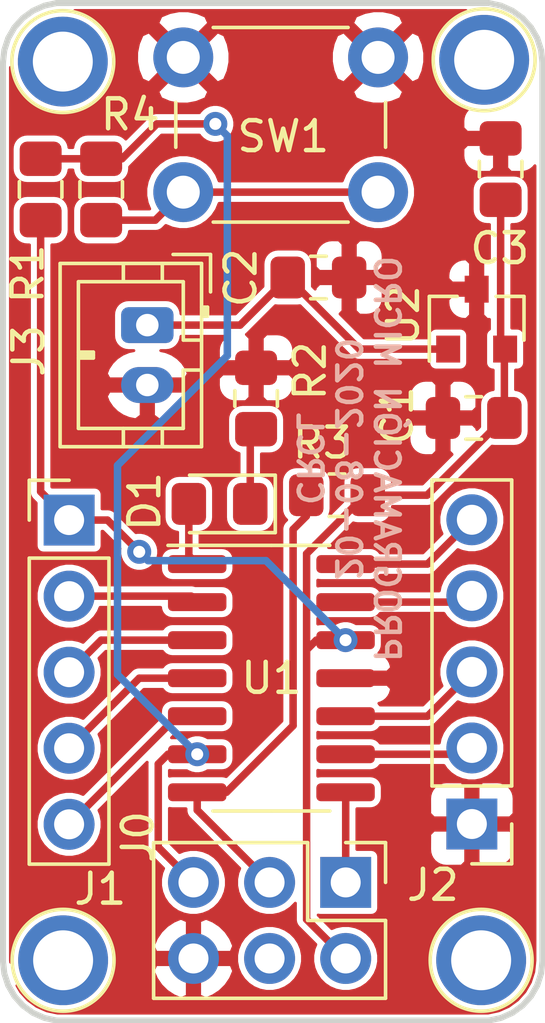
<source format=kicad_pcb>
(kicad_pcb (version 20171130) (host pcbnew "(5.1.6)-1")

  (general
    (thickness 1.6)
    (drawings 185)
    (tracks 74)
    (zones 0)
    (modules 19)
    (nets 18)
  )

  (page A4)
  (layers
    (0 F.Cu signal hide)
    (31 B.Cu signal)
    (32 B.Adhes user)
    (33 F.Adhes user)
    (34 B.Paste user)
    (35 F.Paste user)
    (36 B.SilkS user)
    (37 F.SilkS user)
    (38 B.Mask user)
    (39 F.Mask user)
    (40 Dwgs.User user)
    (41 Cmts.User user)
    (42 Eco1.User user)
    (43 Eco2.User user)
    (44 Edge.Cuts user)
    (45 Margin user)
    (46 B.CrtYd user)
    (47 F.CrtYd user)
    (48 B.Fab user)
    (49 F.Fab user hide)
  )

  (setup
    (last_trace_width 0.25)
    (trace_clearance 0.2)
    (zone_clearance 0.508)
    (zone_45_only no)
    (trace_min 0.2)
    (via_size 0.8)
    (via_drill 0.4)
    (via_min_size 0.4)
    (via_min_drill 0.3)
    (uvia_size 0.3)
    (uvia_drill 0.1)
    (uvias_allowed no)
    (uvia_min_size 0.2)
    (uvia_min_drill 0.1)
    (edge_width 0.05)
    (segment_width 0.2)
    (pcb_text_width 0.3)
    (pcb_text_size 1.5 1.5)
    (mod_edge_width 0.12)
    (mod_text_size 1 1)
    (mod_text_width 0.15)
    (pad_size 1.524 1.524)
    (pad_drill 0.762)
    (pad_to_mask_clearance 0.05)
    (aux_axis_origin 0 0)
    (visible_elements 7FFFFFFF)
    (pcbplotparams
      (layerselection 0x010fc_ffffffff)
      (usegerberextensions false)
      (usegerberattributes true)
      (usegerberadvancedattributes true)
      (creategerberjobfile true)
      (excludeedgelayer true)
      (linewidth 0.100000)
      (plotframeref false)
      (viasonmask false)
      (mode 1)
      (useauxorigin false)
      (hpglpennumber 1)
      (hpglpenspeed 20)
      (hpglpendiameter 15.000000)
      (psnegative false)
      (psa4output false)
      (plotreference true)
      (plotvalue true)
      (plotinvisibletext false)
      (padsonsilk false)
      (subtractmaskfromsilk false)
      (outputformat 1)
      (mirror false)
      (drillshape 1)
      (scaleselection 1)
      (outputdirectory ""))
  )

  (net 0 "")
  (net 1 +3V3)
  (net 2 GND)
  (net 3 +BATT)
  (net 4 "Net-(D1-Pad1)")
  (net 5 LED)
  (net 6 SWDIO)
  (net 7 SWCLK)
  (net 8 reset)
  (net 9 GPIO_1)
  (net 10 GPIO_2)
  (net 11 GPIO_3)
  (net 12 GPIO_4)
  (net 13 GPIO_8)
  (net 14 GPIO_7)
  (net 15 GPIO_6)
  (net 16 GPIO_5)
  (net 17 "Net-(R4-Pad1)")

  (net_class Default "This is the default net class."
    (clearance 0.2)
    (trace_width 0.25)
    (via_dia 0.8)
    (via_drill 0.4)
    (uvia_dia 0.3)
    (uvia_drill 0.1)
    (add_net +3V3)
    (add_net +BATT)
    (add_net GND)
    (add_net GPIO_1)
    (add_net GPIO_2)
    (add_net GPIO_3)
    (add_net GPIO_4)
    (add_net GPIO_5)
    (add_net GPIO_6)
    (add_net GPIO_7)
    (add_net GPIO_8)
    (add_net LED)
    (add_net "Net-(D1-Pad1)")
    (add_net "Net-(R4-Pad1)")
    (add_net SWCLK)
    (add_net SWDIO)
    (add_net reset)
  )

  (module TestPoint:TestPoint_Plated_Hole_D2.0mm (layer F.Cu) (tedit 5A0F774F) (tstamp 5F37F6AD)
    (at 207.19 113.24)
    (descr "Plated Hole as test Point, diameter 2.0mm")
    (tags "test point plated hole")
    (attr virtual)
    (fp_text reference REF** (at 0 -2.498) (layer F.Fab)
      (effects (font (size 1 1) (thickness 0.15)))
    )
    (fp_text value TestPoint_Plated_Hole_D2.0mm (at 0 2.45) (layer F.Fab)
      (effects (font (size 1 1) (thickness 0.15)))
    )
    (fp_circle (center 0 0) (end 1.8 0) (layer F.CrtYd) (width 0.05))
    (fp_circle (center 0 0) (end 0 -1.7) (layer F.SilkS) (width 0.12))
    (fp_text user %R (at 0 -2.5) (layer F.Fab)
      (effects (font (size 1 1) (thickness 0.15)))
    )
    (pad 1 thru_hole circle (at 0 0) (size 3 3) (drill 2) (layers *.Cu *.Mask))
  )

  (module TestPoint:TestPoint_Plated_Hole_D2.0mm (layer F.Cu) (tedit 5A0F774F) (tstamp 5F37F69F)
    (at 207.29 83.17)
    (descr "Plated Hole as test Point, diameter 2.0mm")
    (tags "test point plated hole")
    (attr virtual)
    (fp_text reference REF** (at 0 -2.498) (layer F.Fab)
      (effects (font (size 1 1) (thickness 0.15)))
    )
    (fp_text value TestPoint_Plated_Hole_D2.0mm (at 0 2.45) (layer F.Fab)
      (effects (font (size 1 1) (thickness 0.15)))
    )
    (fp_circle (center 0 0) (end 0 -1.7) (layer F.SilkS) (width 0.12))
    (fp_circle (center 0 0) (end 1.8 0) (layer F.CrtYd) (width 0.05))
    (fp_text user %R (at 0 -2.5) (layer F.Fab)
      (effects (font (size 1 1) (thickness 0.15)))
    )
    (pad 1 thru_hole circle (at 0 0) (size 3 3) (drill 2) (layers *.Cu *.Mask))
  )

  (module TestPoint:TestPoint_Plated_Hole_D2.0mm (layer F.Cu) (tedit 5A0F774F) (tstamp 5F37F691)
    (at 193.23 83.23)
    (descr "Plated Hole as test Point, diameter 2.0mm")
    (tags "test point plated hole")
    (attr virtual)
    (fp_text reference REF** (at 0 -2.498) (layer F.Fab)
      (effects (font (size 1 1) (thickness 0.15)))
    )
    (fp_text value TestPoint_Plated_Hole_D2.0mm (at 0 2.45) (layer F.Fab)
      (effects (font (size 1 1) (thickness 0.15)))
    )
    (fp_circle (center 0 0) (end 1.8 0) (layer F.CrtYd) (width 0.05))
    (fp_circle (center 0 0) (end 0 -1.7) (layer F.SilkS) (width 0.12))
    (fp_text user %R (at 0 -2.5) (layer F.Fab)
      (effects (font (size 1 1) (thickness 0.15)))
    )
    (pad 1 thru_hole circle (at 0 0) (size 3 3) (drill 2) (layers *.Cu *.Mask))
  )

  (module TestPoint:TestPoint_Plated_Hole_D2.0mm (layer F.Cu) (tedit 5A0F774F) (tstamp 5F37F686)
    (at 193.24 113.24)
    (descr "Plated Hole as test Point, diameter 2.0mm")
    (tags "test point plated hole")
    (attr virtual)
    (fp_text reference REF** (at 0 -2.498) (layer F.Fab)
      (effects (font (size 1 1) (thickness 0.15)))
    )
    (fp_text value TestPoint_Plated_Hole_D2.0mm (at 0 2.45) (layer F.Fab)
      (effects (font (size 1 1) (thickness 0.15)))
    )
    (fp_circle (center 0 0) (end 0 -1.7) (layer F.SilkS) (width 0.12))
    (fp_circle (center 0 0) (end 1.8 0) (layer F.CrtYd) (width 0.05))
    (fp_text user %R (at 0 -2.5) (layer F.Fab)
      (effects (font (size 1 1) (thickness 0.15)))
    )
    (pad 1 thru_hole circle (at 0 0) (size 3 3) (drill 2) (layers *.Cu *.Mask))
  )

  (module Capacitor_SMD:C_0805_2012Metric_Pad1.15x1.40mm_HandSolder (layer F.Cu) (tedit 5B36C52B) (tstamp 5F377546)
    (at 206.94 95.13 180)
    (descr "Capacitor SMD 0805 (2012 Metric), square (rectangular) end terminal, IPC_7351 nominal with elongated pad for handsoldering. (Body size source: https://docs.google.com/spreadsheets/d/1BsfQQcO9C6DZCsRaXUlFlo91Tg2WpOkGARC1WS5S8t0/edit?usp=sharing), generated with kicad-footprint-generator")
    (tags "capacitor handsolder")
    (path /5F3767CA)
    (attr smd)
    (fp_text reference C1 (at 2.55 0.07 90) (layer F.SilkS)
      (effects (font (size 1 1) (thickness 0.15)))
    )
    (fp_text value 0.1uF (at 0 1.65) (layer F.Fab)
      (effects (font (size 1 1) (thickness 0.15)))
    )
    (fp_line (start -1 0.6) (end -1 -0.6) (layer F.Fab) (width 0.1))
    (fp_line (start -1 -0.6) (end 1 -0.6) (layer F.Fab) (width 0.1))
    (fp_line (start 1 -0.6) (end 1 0.6) (layer F.Fab) (width 0.1))
    (fp_line (start 1 0.6) (end -1 0.6) (layer F.Fab) (width 0.1))
    (fp_line (start -0.261252 -0.71) (end 0.261252 -0.71) (layer F.SilkS) (width 0.12))
    (fp_line (start -0.261252 0.71) (end 0.261252 0.71) (layer F.SilkS) (width 0.12))
    (fp_line (start -1.85 0.95) (end -1.85 -0.95) (layer F.CrtYd) (width 0.05))
    (fp_line (start -1.85 -0.95) (end 1.85 -0.95) (layer F.CrtYd) (width 0.05))
    (fp_line (start 1.85 -0.95) (end 1.85 0.95) (layer F.CrtYd) (width 0.05))
    (fp_line (start 1.85 0.95) (end -1.85 0.95) (layer F.CrtYd) (width 0.05))
    (fp_text user %R (at 0 0) (layer F.Fab)
      (effects (font (size 0.5 0.5) (thickness 0.08)))
    )
    (pad 1 smd roundrect (at -1.025 0 180) (size 1.15 1.4) (layers F.Cu F.Paste F.Mask) (roundrect_rratio 0.217391)
      (net 1 +3V3))
    (pad 2 smd roundrect (at 1.025 0 180) (size 1.15 1.4) (layers F.Cu F.Paste F.Mask) (roundrect_rratio 0.217391)
      (net 2 GND))
    (model ${KISYS3DMOD}/Capacitor_SMD.3dshapes/C_0805_2012Metric.wrl
      (at (xyz 0 0 0))
      (scale (xyz 1 1 1))
      (rotate (xyz 0 0 0))
    )
  )

  (module Capacitor_SMD:C_0805_2012Metric_Pad1.15x1.40mm_HandSolder (layer F.Cu) (tedit 5B36C52B) (tstamp 5F377557)
    (at 201.76 90.44)
    (descr "Capacitor SMD 0805 (2012 Metric), square (rectangular) end terminal, IPC_7351 nominal with elongated pad for handsoldering. (Body size source: https://docs.google.com/spreadsheets/d/1BsfQQcO9C6DZCsRaXUlFlo91Tg2WpOkGARC1WS5S8t0/edit?usp=sharing), generated with kicad-footprint-generator")
    (tags "capacitor handsolder")
    (path /5F3E8D00)
    (attr smd)
    (fp_text reference C2 (at -2.59 0.01 270) (layer F.SilkS)
      (effects (font (size 1 1) (thickness 0.15)))
    )
    (fp_text value 1uF (at 0 1.65) (layer F.Fab)
      (effects (font (size 1 1) (thickness 0.15)))
    )
    (fp_line (start 1.85 0.95) (end -1.85 0.95) (layer F.CrtYd) (width 0.05))
    (fp_line (start 1.85 -0.95) (end 1.85 0.95) (layer F.CrtYd) (width 0.05))
    (fp_line (start -1.85 -0.95) (end 1.85 -0.95) (layer F.CrtYd) (width 0.05))
    (fp_line (start -1.85 0.95) (end -1.85 -0.95) (layer F.CrtYd) (width 0.05))
    (fp_line (start -0.261252 0.71) (end 0.261252 0.71) (layer F.SilkS) (width 0.12))
    (fp_line (start -0.261252 -0.71) (end 0.261252 -0.71) (layer F.SilkS) (width 0.12))
    (fp_line (start 1 0.6) (end -1 0.6) (layer F.Fab) (width 0.1))
    (fp_line (start 1 -0.6) (end 1 0.6) (layer F.Fab) (width 0.1))
    (fp_line (start -1 -0.6) (end 1 -0.6) (layer F.Fab) (width 0.1))
    (fp_line (start -1 0.6) (end -1 -0.6) (layer F.Fab) (width 0.1))
    (fp_text user %R (at 0 0) (layer F.Fab)
      (effects (font (size 0.5 0.5) (thickness 0.08)))
    )
    (pad 2 smd roundrect (at 1.025 0) (size 1.15 1.4) (layers F.Cu F.Paste F.Mask) (roundrect_rratio 0.217391)
      (net 2 GND))
    (pad 1 smd roundrect (at -1.025 0) (size 1.15 1.4) (layers F.Cu F.Paste F.Mask) (roundrect_rratio 0.217391)
      (net 3 +BATT))
    (model ${KISYS3DMOD}/Capacitor_SMD.3dshapes/C_0805_2012Metric.wrl
      (at (xyz 0 0 0))
      (scale (xyz 1 1 1))
      (rotate (xyz 0 0 0))
    )
  )

  (module Capacitor_SMD:C_0805_2012Metric_Pad1.15x1.40mm_HandSolder (layer F.Cu) (tedit 5B36C52B) (tstamp 5F377568)
    (at 207.84 86.82 90)
    (descr "Capacitor SMD 0805 (2012 Metric), square (rectangular) end terminal, IPC_7351 nominal with elongated pad for handsoldering. (Body size source: https://docs.google.com/spreadsheets/d/1BsfQQcO9C6DZCsRaXUlFlo91Tg2WpOkGARC1WS5S8t0/edit?usp=sharing), generated with kicad-footprint-generator")
    (tags "capacitor handsolder")
    (path /5F3EB39D)
    (attr smd)
    (fp_text reference C3 (at -2.65 -0.03 180) (layer F.SilkS)
      (effects (font (size 1 1) (thickness 0.15)))
    )
    (fp_text value 1uF (at 0 1.65 90) (layer F.Fab)
      (effects (font (size 1 1) (thickness 0.15)))
    )
    (fp_line (start -1 0.6) (end -1 -0.6) (layer F.Fab) (width 0.1))
    (fp_line (start -1 -0.6) (end 1 -0.6) (layer F.Fab) (width 0.1))
    (fp_line (start 1 -0.6) (end 1 0.6) (layer F.Fab) (width 0.1))
    (fp_line (start 1 0.6) (end -1 0.6) (layer F.Fab) (width 0.1))
    (fp_line (start -0.261252 -0.71) (end 0.261252 -0.71) (layer F.SilkS) (width 0.12))
    (fp_line (start -0.261252 0.71) (end 0.261252 0.71) (layer F.SilkS) (width 0.12))
    (fp_line (start -1.85 0.95) (end -1.85 -0.95) (layer F.CrtYd) (width 0.05))
    (fp_line (start -1.85 -0.95) (end 1.85 -0.95) (layer F.CrtYd) (width 0.05))
    (fp_line (start 1.85 -0.95) (end 1.85 0.95) (layer F.CrtYd) (width 0.05))
    (fp_line (start 1.85 0.95) (end -1.85 0.95) (layer F.CrtYd) (width 0.05))
    (fp_text user %R (at 0 0 90) (layer F.Fab)
      (effects (font (size 0.5 0.5) (thickness 0.08)))
    )
    (pad 1 smd roundrect (at -1.025 0 90) (size 1.15 1.4) (layers F.Cu F.Paste F.Mask) (roundrect_rratio 0.217391)
      (net 1 +3V3))
    (pad 2 smd roundrect (at 1.025 0 90) (size 1.15 1.4) (layers F.Cu F.Paste F.Mask) (roundrect_rratio 0.217391)
      (net 2 GND))
    (model ${KISYS3DMOD}/Capacitor_SMD.3dshapes/C_0805_2012Metric.wrl
      (at (xyz 0 0 0))
      (scale (xyz 1 1 1))
      (rotate (xyz 0 0 0))
    )
  )

  (module LED_SMD:LED_0805_2012Metric_Pad1.15x1.40mm_HandSolder (layer F.Cu) (tedit 5B4B45C9) (tstamp 5F37757B)
    (at 198.46 98 180)
    (descr "LED SMD 0805 (2012 Metric), square (rectangular) end terminal, IPC_7351 nominal, (Body size source: https://docs.google.com/spreadsheets/d/1BsfQQcO9C6DZCsRaXUlFlo91Tg2WpOkGARC1WS5S8t0/edit?usp=sharing), generated with kicad-footprint-generator")
    (tags "LED handsolder")
    (path /5F3899D5)
    (attr smd)
    (fp_text reference D1 (at 2.5 0.08 270) (layer F.SilkS)
      (effects (font (size 1 1) (thickness 0.15)))
    )
    (fp_text value LED (at 0 1.65) (layer F.Fab)
      (effects (font (size 1 1) (thickness 0.15)))
    )
    (fp_line (start 1 -0.6) (end -0.7 -0.6) (layer F.Fab) (width 0.1))
    (fp_line (start -0.7 -0.6) (end -1 -0.3) (layer F.Fab) (width 0.1))
    (fp_line (start -1 -0.3) (end -1 0.6) (layer F.Fab) (width 0.1))
    (fp_line (start -1 0.6) (end 1 0.6) (layer F.Fab) (width 0.1))
    (fp_line (start 1 0.6) (end 1 -0.6) (layer F.Fab) (width 0.1))
    (fp_line (start 1 -0.96) (end -1.86 -0.96) (layer F.SilkS) (width 0.12))
    (fp_line (start -1.86 -0.96) (end -1.86 0.96) (layer F.SilkS) (width 0.12))
    (fp_line (start -1.86 0.96) (end 1 0.96) (layer F.SilkS) (width 0.12))
    (fp_line (start -1.85 0.95) (end -1.85 -0.95) (layer F.CrtYd) (width 0.05))
    (fp_line (start -1.85 -0.95) (end 1.85 -0.95) (layer F.CrtYd) (width 0.05))
    (fp_line (start 1.85 -0.95) (end 1.85 0.95) (layer F.CrtYd) (width 0.05))
    (fp_line (start 1.85 0.95) (end -1.85 0.95) (layer F.CrtYd) (width 0.05))
    (fp_text user %R (at 0 0) (layer F.Fab)
      (effects (font (size 0.5 0.5) (thickness 0.08)))
    )
    (pad 1 smd roundrect (at -1.025 0 180) (size 1.15 1.4) (layers F.Cu F.Paste F.Mask) (roundrect_rratio 0.217391)
      (net 4 "Net-(D1-Pad1)"))
    (pad 2 smd roundrect (at 1.025 0 180) (size 1.15 1.4) (layers F.Cu F.Paste F.Mask) (roundrect_rratio 0.217391)
      (net 5 LED))
    (model ${KISYS3DMOD}/LED_SMD.3dshapes/LED_0805_2012Metric.wrl
      (at (xyz 0 0 0))
      (scale (xyz 1 1 1))
      (rotate (xyz 0 0 0))
    )
  )

  (module Connector_PinHeader_2.54mm:PinHeader_2x03_P2.54mm_Vertical (layer F.Cu) (tedit 59FED5CC) (tstamp 5F377597)
    (at 202.67 110.64 270)
    (descr "Through hole straight pin header, 2x03, 2.54mm pitch, double rows")
    (tags "Through hole pin header THT 2x03 2.54mm double row")
    (path /5F38EAC6)
    (fp_text reference J0 (at -1.52 6.93 90) (layer F.SilkS)
      (effects (font (size 1 1) (thickness 0.15)))
    )
    (fp_text value SWD_PGM (at 1.27 7.41 90) (layer F.Fab)
      (effects (font (size 1 1) (thickness 0.15)))
    )
    (fp_line (start 0 -1.27) (end 3.81 -1.27) (layer F.Fab) (width 0.1))
    (fp_line (start 3.81 -1.27) (end 3.81 6.35) (layer F.Fab) (width 0.1))
    (fp_line (start 3.81 6.35) (end -1.27 6.35) (layer F.Fab) (width 0.1))
    (fp_line (start -1.27 6.35) (end -1.27 0) (layer F.Fab) (width 0.1))
    (fp_line (start -1.27 0) (end 0 -1.27) (layer F.Fab) (width 0.1))
    (fp_line (start -1.33 6.41) (end 3.87 6.41) (layer F.SilkS) (width 0.12))
    (fp_line (start -1.33 1.27) (end -1.33 6.41) (layer F.SilkS) (width 0.12))
    (fp_line (start 3.87 -1.33) (end 3.87 6.41) (layer F.SilkS) (width 0.12))
    (fp_line (start -1.33 1.27) (end 1.27 1.27) (layer F.SilkS) (width 0.12))
    (fp_line (start 1.27 1.27) (end 1.27 -1.33) (layer F.SilkS) (width 0.12))
    (fp_line (start 1.27 -1.33) (end 3.87 -1.33) (layer F.SilkS) (width 0.12))
    (fp_line (start -1.33 0) (end -1.33 -1.33) (layer F.SilkS) (width 0.12))
    (fp_line (start -1.33 -1.33) (end 0 -1.33) (layer F.SilkS) (width 0.12))
    (fp_line (start -1.8 -1.8) (end -1.8 6.85) (layer F.CrtYd) (width 0.05))
    (fp_line (start -1.8 6.85) (end 4.35 6.85) (layer F.CrtYd) (width 0.05))
    (fp_line (start 4.35 6.85) (end 4.35 -1.8) (layer F.CrtYd) (width 0.05))
    (fp_line (start 4.35 -1.8) (end -1.8 -1.8) (layer F.CrtYd) (width 0.05))
    (fp_text user %R (at 1.27 2.54) (layer F.Fab)
      (effects (font (size 1 1) (thickness 0.15)))
    )
    (pad 1 thru_hole rect (at 0 0 270) (size 1.7 1.7) (drill 1) (layers *.Cu *.Mask)
      (net 6 SWDIO))
    (pad 2 thru_hole oval (at 2.54 0 270) (size 1.7 1.7) (drill 1) (layers *.Cu *.Mask)
      (net 1 +3V3))
    (pad 3 thru_hole oval (at 0 2.54 270) (size 1.7 1.7) (drill 1) (layers *.Cu *.Mask)
      (net 7 SWCLK))
    (pad 4 thru_hole oval (at 2.54 2.54 270) (size 1.7 1.7) (drill 1) (layers *.Cu *.Mask))
    (pad 5 thru_hole oval (at 0 5.08 270) (size 1.7 1.7) (drill 1) (layers *.Cu *.Mask)
      (net 8 reset))
    (pad 6 thru_hole oval (at 2.54 5.08 270) (size 1.7 1.7) (drill 1) (layers *.Cu *.Mask)
      (net 2 GND))
    (model ${KISYS3DMOD}/Connector_PinHeader_2.54mm.3dshapes/PinHeader_2x03_P2.54mm_Vertical.wrl
      (at (xyz 0 0 0))
      (scale (xyz 1 1 1))
      (rotate (xyz 0 0 0))
    )
  )

  (module Connector_PinHeader_2.54mm:PinHeader_1x05_P2.54mm_Vertical (layer F.Cu) (tedit 59FED5CC) (tstamp 5F3775B0)
    (at 193.44 98.54)
    (descr "Through hole straight pin header, 1x05, 2.54mm pitch, single row")
    (tags "Through hole pin header THT 1x05 2.54mm single row")
    (path /5F3C9C2A)
    (fp_text reference J1 (at 1.04 12.32) (layer F.SilkS)
      (effects (font (size 1 1) (thickness 0.15)))
    )
    (fp_text value GPIO_A (at 0 12.49) (layer F.Fab)
      (effects (font (size 1 1) (thickness 0.15)))
    )
    (fp_line (start -0.635 -1.27) (end 1.27 -1.27) (layer F.Fab) (width 0.1))
    (fp_line (start 1.27 -1.27) (end 1.27 11.43) (layer F.Fab) (width 0.1))
    (fp_line (start 1.27 11.43) (end -1.27 11.43) (layer F.Fab) (width 0.1))
    (fp_line (start -1.27 11.43) (end -1.27 -0.635) (layer F.Fab) (width 0.1))
    (fp_line (start -1.27 -0.635) (end -0.635 -1.27) (layer F.Fab) (width 0.1))
    (fp_line (start -1.33 11.49) (end 1.33 11.49) (layer F.SilkS) (width 0.12))
    (fp_line (start -1.33 1.27) (end -1.33 11.49) (layer F.SilkS) (width 0.12))
    (fp_line (start 1.33 1.27) (end 1.33 11.49) (layer F.SilkS) (width 0.12))
    (fp_line (start -1.33 1.27) (end 1.33 1.27) (layer F.SilkS) (width 0.12))
    (fp_line (start -1.33 0) (end -1.33 -1.33) (layer F.SilkS) (width 0.12))
    (fp_line (start -1.33 -1.33) (end 0 -1.33) (layer F.SilkS) (width 0.12))
    (fp_line (start -1.8 -1.8) (end -1.8 11.95) (layer F.CrtYd) (width 0.05))
    (fp_line (start -1.8 11.95) (end 1.8 11.95) (layer F.CrtYd) (width 0.05))
    (fp_line (start 1.8 11.95) (end 1.8 -1.8) (layer F.CrtYd) (width 0.05))
    (fp_line (start 1.8 -1.8) (end -1.8 -1.8) (layer F.CrtYd) (width 0.05))
    (fp_text user %R (at 0 5.08 90) (layer F.Fab)
      (effects (font (size 1 1) (thickness 0.15)))
    )
    (pad 1 thru_hole rect (at 0 0) (size 1.7 1.7) (drill 1) (layers *.Cu *.Mask)
      (net 1 +3V3))
    (pad 2 thru_hole oval (at 0 2.54) (size 1.7 1.7) (drill 1) (layers *.Cu *.Mask)
      (net 9 GPIO_1))
    (pad 3 thru_hole oval (at 0 5.08) (size 1.7 1.7) (drill 1) (layers *.Cu *.Mask)
      (net 10 GPIO_2))
    (pad 4 thru_hole oval (at 0 7.62) (size 1.7 1.7) (drill 1) (layers *.Cu *.Mask)
      (net 11 GPIO_3))
    (pad 5 thru_hole oval (at 0 10.16) (size 1.7 1.7) (drill 1) (layers *.Cu *.Mask)
      (net 12 GPIO_4))
    (model ${KISYS3DMOD}/Connector_PinHeader_2.54mm.3dshapes/PinHeader_1x05_P2.54mm_Vertical.wrl
      (at (xyz 0 0 0))
      (scale (xyz 1 1 1))
      (rotate (xyz 0 0 0))
    )
  )

  (module Connector_PinHeader_2.54mm:PinHeader_1x05_P2.54mm_Vertical (layer F.Cu) (tedit 59FED5CC) (tstamp 5F377AF3)
    (at 206.88 108.69 180)
    (descr "Through hole straight pin header, 1x05, 2.54mm pitch, single row")
    (tags "Through hole pin header THT 1x05 2.54mm single row")
    (path /5F3CB555)
    (fp_text reference J2 (at 1.3 -2.04) (layer F.SilkS)
      (effects (font (size 1 1) (thickness 0.15)))
    )
    (fp_text value GPIO_B (at 0 12.49) (layer F.Fab)
      (effects (font (size 1 1) (thickness 0.15)))
    )
    (fp_line (start 1.8 -1.8) (end -1.8 -1.8) (layer F.CrtYd) (width 0.05))
    (fp_line (start 1.8 11.95) (end 1.8 -1.8) (layer F.CrtYd) (width 0.05))
    (fp_line (start -1.8 11.95) (end 1.8 11.95) (layer F.CrtYd) (width 0.05))
    (fp_line (start -1.8 -1.8) (end -1.8 11.95) (layer F.CrtYd) (width 0.05))
    (fp_line (start -1.33 -1.33) (end 0 -1.33) (layer F.SilkS) (width 0.12))
    (fp_line (start -1.33 0) (end -1.33 -1.33) (layer F.SilkS) (width 0.12))
    (fp_line (start -1.33 1.27) (end 1.33 1.27) (layer F.SilkS) (width 0.12))
    (fp_line (start 1.33 1.27) (end 1.33 11.49) (layer F.SilkS) (width 0.12))
    (fp_line (start -1.33 1.27) (end -1.33 11.49) (layer F.SilkS) (width 0.12))
    (fp_line (start -1.33 11.49) (end 1.33 11.49) (layer F.SilkS) (width 0.12))
    (fp_line (start -1.27 -0.635) (end -0.635 -1.27) (layer F.Fab) (width 0.1))
    (fp_line (start -1.27 11.43) (end -1.27 -0.635) (layer F.Fab) (width 0.1))
    (fp_line (start 1.27 11.43) (end -1.27 11.43) (layer F.Fab) (width 0.1))
    (fp_line (start 1.27 -1.27) (end 1.27 11.43) (layer F.Fab) (width 0.1))
    (fp_line (start -0.635 -1.27) (end 1.27 -1.27) (layer F.Fab) (width 0.1))
    (fp_text user %R (at 0 5.08 90) (layer F.Fab)
      (effects (font (size 1 1) (thickness 0.15)))
    )
    (pad 5 thru_hole oval (at 0 10.16 180) (size 1.7 1.7) (drill 1) (layers *.Cu *.Mask)
      (net 16 GPIO_5))
    (pad 4 thru_hole oval (at 0 7.62 180) (size 1.7 1.7) (drill 1) (layers *.Cu *.Mask)
      (net 15 GPIO_6))
    (pad 3 thru_hole oval (at 0 5.08 180) (size 1.7 1.7) (drill 1) (layers *.Cu *.Mask)
      (net 14 GPIO_7))
    (pad 2 thru_hole oval (at 0 2.54 180) (size 1.7 1.7) (drill 1) (layers *.Cu *.Mask)
      (net 13 GPIO_8))
    (pad 1 thru_hole rect (at 0 0 180) (size 1.7 1.7) (drill 1) (layers *.Cu *.Mask)
      (net 2 GND))
    (model ${KISYS3DMOD}/Connector_PinHeader_2.54mm.3dshapes/PinHeader_1x05_P2.54mm_Vertical.wrl
      (at (xyz 0 0 0))
      (scale (xyz 1 1 1))
      (rotate (xyz 0 0 0))
    )
  )

  (module Connector_JST:JST_PH_B2B-PH-K_1x02_P2.00mm_Vertical (layer F.Cu) (tedit 5B7745C2) (tstamp 5F3775F3)
    (at 196.05 92.03 270)
    (descr "JST PH series connector, B2B-PH-K (http://www.jst-mfg.com/product/pdf/eng/ePH.pdf), generated with kicad-footprint-generator")
    (tags "connector JST PH side entry")
    (path /5F3E5CAC)
    (fp_text reference J3 (at 0.86 3.96 90) (layer F.SilkS)
      (effects (font (size 1 1) (thickness 0.15)))
    )
    (fp_text value Battery (at 1 4 90) (layer F.Fab)
      (effects (font (size 1 1) (thickness 0.15)))
    )
    (fp_line (start -2.06 -1.81) (end -2.06 2.91) (layer F.SilkS) (width 0.12))
    (fp_line (start -2.06 2.91) (end 4.06 2.91) (layer F.SilkS) (width 0.12))
    (fp_line (start 4.06 2.91) (end 4.06 -1.81) (layer F.SilkS) (width 0.12))
    (fp_line (start 4.06 -1.81) (end -2.06 -1.81) (layer F.SilkS) (width 0.12))
    (fp_line (start -0.3 -1.81) (end -0.3 -2.01) (layer F.SilkS) (width 0.12))
    (fp_line (start -0.3 -2.01) (end -0.6 -2.01) (layer F.SilkS) (width 0.12))
    (fp_line (start -0.6 -2.01) (end -0.6 -1.81) (layer F.SilkS) (width 0.12))
    (fp_line (start -0.3 -1.91) (end -0.6 -1.91) (layer F.SilkS) (width 0.12))
    (fp_line (start 0.5 -1.81) (end 0.5 -1.2) (layer F.SilkS) (width 0.12))
    (fp_line (start 0.5 -1.2) (end -1.45 -1.2) (layer F.SilkS) (width 0.12))
    (fp_line (start -1.45 -1.2) (end -1.45 2.3) (layer F.SilkS) (width 0.12))
    (fp_line (start -1.45 2.3) (end 3.45 2.3) (layer F.SilkS) (width 0.12))
    (fp_line (start 3.45 2.3) (end 3.45 -1.2) (layer F.SilkS) (width 0.12))
    (fp_line (start 3.45 -1.2) (end 1.5 -1.2) (layer F.SilkS) (width 0.12))
    (fp_line (start 1.5 -1.2) (end 1.5 -1.81) (layer F.SilkS) (width 0.12))
    (fp_line (start -2.06 -0.5) (end -1.45 -0.5) (layer F.SilkS) (width 0.12))
    (fp_line (start -2.06 0.8) (end -1.45 0.8) (layer F.SilkS) (width 0.12))
    (fp_line (start 4.06 -0.5) (end 3.45 -0.5) (layer F.SilkS) (width 0.12))
    (fp_line (start 4.06 0.8) (end 3.45 0.8) (layer F.SilkS) (width 0.12))
    (fp_line (start 0.9 2.3) (end 0.9 1.8) (layer F.SilkS) (width 0.12))
    (fp_line (start 0.9 1.8) (end 1.1 1.8) (layer F.SilkS) (width 0.12))
    (fp_line (start 1.1 1.8) (end 1.1 2.3) (layer F.SilkS) (width 0.12))
    (fp_line (start 1 2.3) (end 1 1.8) (layer F.SilkS) (width 0.12))
    (fp_line (start -1.11 -2.11) (end -2.36 -2.11) (layer F.SilkS) (width 0.12))
    (fp_line (start -2.36 -2.11) (end -2.36 -0.86) (layer F.SilkS) (width 0.12))
    (fp_line (start -1.11 -2.11) (end -2.36 -2.11) (layer F.Fab) (width 0.1))
    (fp_line (start -2.36 -2.11) (end -2.36 -0.86) (layer F.Fab) (width 0.1))
    (fp_line (start -1.95 -1.7) (end -1.95 2.8) (layer F.Fab) (width 0.1))
    (fp_line (start -1.95 2.8) (end 3.95 2.8) (layer F.Fab) (width 0.1))
    (fp_line (start 3.95 2.8) (end 3.95 -1.7) (layer F.Fab) (width 0.1))
    (fp_line (start 3.95 -1.7) (end -1.95 -1.7) (layer F.Fab) (width 0.1))
    (fp_line (start -2.45 -2.2) (end -2.45 3.3) (layer F.CrtYd) (width 0.05))
    (fp_line (start -2.45 3.3) (end 4.45 3.3) (layer F.CrtYd) (width 0.05))
    (fp_line (start 4.45 3.3) (end 4.45 -2.2) (layer F.CrtYd) (width 0.05))
    (fp_line (start 4.45 -2.2) (end -2.45 -2.2) (layer F.CrtYd) (width 0.05))
    (fp_text user %R (at 1 1.5 90) (layer F.Fab)
      (effects (font (size 1 1) (thickness 0.15)))
    )
    (pad 1 thru_hole roundrect (at 0 0 270) (size 1.2 1.75) (drill 0.75) (layers *.Cu *.Mask) (roundrect_rratio 0.208333)
      (net 3 +BATT))
    (pad 2 thru_hole oval (at 2 0 270) (size 1.2 1.75) (drill 0.75) (layers *.Cu *.Mask)
      (net 2 GND))
    (model ${KISYS3DMOD}/Connector_JST.3dshapes/JST_PH_B2B-PH-K_1x02_P2.00mm_Vertical.wrl
      (at (xyz 0 0 0))
      (scale (xyz 1 1 1))
      (rotate (xyz 0 0 0))
    )
  )

  (module Resistor_SMD:R_0805_2012Metric_Pad1.15x1.40mm_HandSolder (layer F.Cu) (tedit 5B36C52B) (tstamp 5F377604)
    (at 192.49 87.5 90)
    (descr "Resistor SMD 0805 (2012 Metric), square (rectangular) end terminal, IPC_7351 nominal with elongated pad for handsoldering. (Body size source: https://docs.google.com/spreadsheets/d/1BsfQQcO9C6DZCsRaXUlFlo91Tg2WpOkGARC1WS5S8t0/edit?usp=sharing), generated with kicad-footprint-generator")
    (tags "resistor handsolder")
    (path /5F37FFAD)
    (attr smd)
    (fp_text reference R1 (at -2.82 -0.43 270) (layer F.SilkS)
      (effects (font (size 1 1) (thickness 0.15)))
    )
    (fp_text value 10k (at 0 1.65 90) (layer F.Fab)
      (effects (font (size 1 1) (thickness 0.15)))
    )
    (fp_line (start -1 0.6) (end -1 -0.6) (layer F.Fab) (width 0.1))
    (fp_line (start -1 -0.6) (end 1 -0.6) (layer F.Fab) (width 0.1))
    (fp_line (start 1 -0.6) (end 1 0.6) (layer F.Fab) (width 0.1))
    (fp_line (start 1 0.6) (end -1 0.6) (layer F.Fab) (width 0.1))
    (fp_line (start -0.261252 -0.71) (end 0.261252 -0.71) (layer F.SilkS) (width 0.12))
    (fp_line (start -0.261252 0.71) (end 0.261252 0.71) (layer F.SilkS) (width 0.12))
    (fp_line (start -1.85 0.95) (end -1.85 -0.95) (layer F.CrtYd) (width 0.05))
    (fp_line (start -1.85 -0.95) (end 1.85 -0.95) (layer F.CrtYd) (width 0.05))
    (fp_line (start 1.85 -0.95) (end 1.85 0.95) (layer F.CrtYd) (width 0.05))
    (fp_line (start 1.85 0.95) (end -1.85 0.95) (layer F.CrtYd) (width 0.05))
    (fp_text user %R (at 0 0 90) (layer F.Fab)
      (effects (font (size 0.5 0.5) (thickness 0.08)))
    )
    (pad 1 smd roundrect (at -1.025 0 90) (size 1.15 1.4) (layers F.Cu F.Paste F.Mask) (roundrect_rratio 0.217391)
      (net 1 +3V3))
    (pad 2 smd roundrect (at 1.025 0 90) (size 1.15 1.4) (layers F.Cu F.Paste F.Mask) (roundrect_rratio 0.217391)
      (net 8 reset))
    (model ${KISYS3DMOD}/Resistor_SMD.3dshapes/R_0805_2012Metric.wrl
      (at (xyz 0 0 0))
      (scale (xyz 1 1 1))
      (rotate (xyz 0 0 0))
    )
  )

  (module Resistor_SMD:R_0805_2012Metric_Pad1.15x1.40mm_HandSolder (layer F.Cu) (tedit 5B36C52B) (tstamp 5F377615)
    (at 199.68 94.48 90)
    (descr "Resistor SMD 0805 (2012 Metric), square (rectangular) end terminal, IPC_7351 nominal with elongated pad for handsoldering. (Body size source: https://docs.google.com/spreadsheets/d/1BsfQQcO9C6DZCsRaXUlFlo91Tg2WpOkGARC1WS5S8t0/edit?usp=sharing), generated with kicad-footprint-generator")
    (tags "resistor handsolder")
    (path /5F38B505)
    (attr smd)
    (fp_text reference R2 (at 0.92 1.8 90) (layer F.SilkS)
      (effects (font (size 1 1) (thickness 0.15)))
    )
    (fp_text value 1k (at 0 1.65 90) (layer F.Fab)
      (effects (font (size 1 1) (thickness 0.15)))
    )
    (fp_line (start 1.85 0.95) (end -1.85 0.95) (layer F.CrtYd) (width 0.05))
    (fp_line (start 1.85 -0.95) (end 1.85 0.95) (layer F.CrtYd) (width 0.05))
    (fp_line (start -1.85 -0.95) (end 1.85 -0.95) (layer F.CrtYd) (width 0.05))
    (fp_line (start -1.85 0.95) (end -1.85 -0.95) (layer F.CrtYd) (width 0.05))
    (fp_line (start -0.261252 0.71) (end 0.261252 0.71) (layer F.SilkS) (width 0.12))
    (fp_line (start -0.261252 -0.71) (end 0.261252 -0.71) (layer F.SilkS) (width 0.12))
    (fp_line (start 1 0.6) (end -1 0.6) (layer F.Fab) (width 0.1))
    (fp_line (start 1 -0.6) (end 1 0.6) (layer F.Fab) (width 0.1))
    (fp_line (start -1 -0.6) (end 1 -0.6) (layer F.Fab) (width 0.1))
    (fp_line (start -1 0.6) (end -1 -0.6) (layer F.Fab) (width 0.1))
    (fp_text user %R (at 0 0 90) (layer F.Fab)
      (effects (font (size 0.5 0.5) (thickness 0.08)))
    )
    (pad 2 smd roundrect (at 1.025 0 90) (size 1.15 1.4) (layers F.Cu F.Paste F.Mask) (roundrect_rratio 0.217391)
      (net 2 GND))
    (pad 1 smd roundrect (at -1.025 0 90) (size 1.15 1.4) (layers F.Cu F.Paste F.Mask) (roundrect_rratio 0.217391)
      (net 4 "Net-(D1-Pad1)"))
    (model ${KISYS3DMOD}/Resistor_SMD.3dshapes/R_0805_2012Metric.wrl
      (at (xyz 0 0 0))
      (scale (xyz 1 1 1))
      (rotate (xyz 0 0 0))
    )
  )

  (module Resistor_SMD:R_0805_2012Metric_Pad1.15x1.40mm_HandSolder (layer F.Cu) (tedit 5B36C52B) (tstamp 5F377626)
    (at 194.51 87.5 90)
    (descr "Resistor SMD 0805 (2012 Metric), square (rectangular) end terminal, IPC_7351 nominal with elongated pad for handsoldering. (Body size source: https://docs.google.com/spreadsheets/d/1BsfQQcO9C6DZCsRaXUlFlo91Tg2WpOkGARC1WS5S8t0/edit?usp=sharing), generated with kicad-footprint-generator")
    (tags "resistor handsolder")
    (path /5F3A54A2)
    (attr smd)
    (fp_text reference R4 (at 2.5 0.97 180) (layer F.SilkS)
      (effects (font (size 1 1) (thickness 0.15)))
    )
    (fp_text value 330R (at 0 1.65 90) (layer F.Fab)
      (effects (font (size 1 1) (thickness 0.15)))
    )
    (fp_line (start -1 0.6) (end -1 -0.6) (layer F.Fab) (width 0.1))
    (fp_line (start -1 -0.6) (end 1 -0.6) (layer F.Fab) (width 0.1))
    (fp_line (start 1 -0.6) (end 1 0.6) (layer F.Fab) (width 0.1))
    (fp_line (start 1 0.6) (end -1 0.6) (layer F.Fab) (width 0.1))
    (fp_line (start -0.261252 -0.71) (end 0.261252 -0.71) (layer F.SilkS) (width 0.12))
    (fp_line (start -0.261252 0.71) (end 0.261252 0.71) (layer F.SilkS) (width 0.12))
    (fp_line (start -1.85 0.95) (end -1.85 -0.95) (layer F.CrtYd) (width 0.05))
    (fp_line (start -1.85 -0.95) (end 1.85 -0.95) (layer F.CrtYd) (width 0.05))
    (fp_line (start 1.85 -0.95) (end 1.85 0.95) (layer F.CrtYd) (width 0.05))
    (fp_line (start 1.85 0.95) (end -1.85 0.95) (layer F.CrtYd) (width 0.05))
    (fp_text user %R (at 0 0 90) (layer F.Fab)
      (effects (font (size 0.5 0.5) (thickness 0.08)))
    )
    (pad 1 smd roundrect (at -1.025 0 90) (size 1.15 1.4) (layers F.Cu F.Paste F.Mask) (roundrect_rratio 0.217391)
      (net 17 "Net-(R4-Pad1)"))
    (pad 2 smd roundrect (at 1.025 0 90) (size 1.15 1.4) (layers F.Cu F.Paste F.Mask) (roundrect_rratio 0.217391)
      (net 8 reset))
    (model ${KISYS3DMOD}/Resistor_SMD.3dshapes/R_0805_2012Metric.wrl
      (at (xyz 0 0 0))
      (scale (xyz 1 1 1))
      (rotate (xyz 0 0 0))
    )
  )

  (module Resistor_SMD:R_0805_2012Metric_Pad1.15x1.40mm_HandSolder (layer F.Cu) (tedit 5B36C52B) (tstamp 5F377637)
    (at 202.38 97.71)
    (descr "Resistor SMD 0805 (2012 Metric), square (rectangular) end terminal, IPC_7351 nominal with elongated pad for handsoldering. (Body size source: https://docs.google.com/spreadsheets/d/1BsfQQcO9C6DZCsRaXUlFlo91Tg2WpOkGARC1WS5S8t0/edit?usp=sharing), generated with kicad-footprint-generator")
    (tags "resistor handsolder")
    (path /5F3A8003)
    (attr smd)
    (fp_text reference R3 (at -0.49 -1.75) (layer F.SilkS)
      (effects (font (size 1 1) (thickness 0.15)))
    )
    (fp_text value 1k (at 0 1.65) (layer F.Fab)
      (effects (font (size 1 1) (thickness 0.15)))
    )
    (fp_line (start 1.85 0.95) (end -1.85 0.95) (layer F.CrtYd) (width 0.05))
    (fp_line (start 1.85 -0.95) (end 1.85 0.95) (layer F.CrtYd) (width 0.05))
    (fp_line (start -1.85 -0.95) (end 1.85 -0.95) (layer F.CrtYd) (width 0.05))
    (fp_line (start -1.85 0.95) (end -1.85 -0.95) (layer F.CrtYd) (width 0.05))
    (fp_line (start -0.261252 0.71) (end 0.261252 0.71) (layer F.SilkS) (width 0.12))
    (fp_line (start -0.261252 -0.71) (end 0.261252 -0.71) (layer F.SilkS) (width 0.12))
    (fp_line (start 1 0.6) (end -1 0.6) (layer F.Fab) (width 0.1))
    (fp_line (start 1 -0.6) (end 1 0.6) (layer F.Fab) (width 0.1))
    (fp_line (start -1 -0.6) (end 1 -0.6) (layer F.Fab) (width 0.1))
    (fp_line (start -1 0.6) (end -1 -0.6) (layer F.Fab) (width 0.1))
    (fp_text user %R (at 0 0) (layer F.Fab)
      (effects (font (size 0.5 0.5) (thickness 0.08)))
    )
    (pad 2 smd roundrect (at 1.025 0) (size 1.15 1.4) (layers F.Cu F.Paste F.Mask) (roundrect_rratio 0.217391)
      (net 1 +3V3))
    (pad 1 smd roundrect (at -1.025 0) (size 1.15 1.4) (layers F.Cu F.Paste F.Mask) (roundrect_rratio 0.217391)
      (net 7 SWCLK))
    (model ${KISYS3DMOD}/Resistor_SMD.3dshapes/R_0805_2012Metric.wrl
      (at (xyz 0 0 0))
      (scale (xyz 1 1 1))
      (rotate (xyz 0 0 0))
    )
  )

  (module Button_Switch_THT:SW_PUSH_6mm (layer F.Cu) (tedit 5A02FE31) (tstamp 5F377656)
    (at 203.75 87.59 180)
    (descr https://www.omron.com/ecb/products/pdf/en-b3f.pdf)
    (tags "tact sw push 6mm")
    (path /5F385EB1)
    (fp_text reference SW1 (at 3.165 1.86) (layer F.SilkS)
      (effects (font (size 1 1) (thickness 0.15)))
    )
    (fp_text value SW_Push (at 3.75 6.7) (layer F.Fab)
      (effects (font (size 1 1) (thickness 0.15)))
    )
    (fp_line (start 3.25 -0.75) (end 6.25 -0.75) (layer F.Fab) (width 0.1))
    (fp_line (start 6.25 -0.75) (end 6.25 5.25) (layer F.Fab) (width 0.1))
    (fp_line (start 6.25 5.25) (end 0.25 5.25) (layer F.Fab) (width 0.1))
    (fp_line (start 0.25 5.25) (end 0.25 -0.75) (layer F.Fab) (width 0.1))
    (fp_line (start 0.25 -0.75) (end 3.25 -0.75) (layer F.Fab) (width 0.1))
    (fp_line (start 7.75 6) (end 8 6) (layer F.CrtYd) (width 0.05))
    (fp_line (start 8 6) (end 8 5.75) (layer F.CrtYd) (width 0.05))
    (fp_line (start 7.75 -1.5) (end 8 -1.5) (layer F.CrtYd) (width 0.05))
    (fp_line (start 8 -1.5) (end 8 -1.25) (layer F.CrtYd) (width 0.05))
    (fp_line (start -1.5 -1.25) (end -1.5 -1.5) (layer F.CrtYd) (width 0.05))
    (fp_line (start -1.5 -1.5) (end -1.25 -1.5) (layer F.CrtYd) (width 0.05))
    (fp_line (start -1.5 5.75) (end -1.5 6) (layer F.CrtYd) (width 0.05))
    (fp_line (start -1.5 6) (end -1.25 6) (layer F.CrtYd) (width 0.05))
    (fp_line (start -1.25 -1.5) (end 7.75 -1.5) (layer F.CrtYd) (width 0.05))
    (fp_line (start -1.5 5.75) (end -1.5 -1.25) (layer F.CrtYd) (width 0.05))
    (fp_line (start 7.75 6) (end -1.25 6) (layer F.CrtYd) (width 0.05))
    (fp_line (start 8 -1.25) (end 8 5.75) (layer F.CrtYd) (width 0.05))
    (fp_line (start 1 5.5) (end 5.5 5.5) (layer F.SilkS) (width 0.12))
    (fp_line (start -0.25 1.5) (end -0.25 3) (layer F.SilkS) (width 0.12))
    (fp_line (start 5.5 -1) (end 1 -1) (layer F.SilkS) (width 0.12))
    (fp_line (start 6.75 3) (end 6.75 1.5) (layer F.SilkS) (width 0.12))
    (fp_circle (center 3.25 2.25) (end 1.25 2.5) (layer F.Fab) (width 0.1))
    (fp_text user %R (at 3.25 2.25) (layer F.Fab)
      (effects (font (size 1 1) (thickness 0.15)))
    )
    (pad 2 thru_hole circle (at 0 4.5 270) (size 2 2) (drill 1.1) (layers *.Cu *.Mask)
      (net 2 GND))
    (pad 1 thru_hole circle (at 0 0 270) (size 2 2) (drill 1.1) (layers *.Cu *.Mask)
      (net 17 "Net-(R4-Pad1)"))
    (pad 2 thru_hole circle (at 6.5 4.5 270) (size 2 2) (drill 1.1) (layers *.Cu *.Mask)
      (net 2 GND))
    (pad 1 thru_hole circle (at 6.5 0 270) (size 2 2) (drill 1.1) (layers *.Cu *.Mask)
      (net 17 "Net-(R4-Pad1)"))
    (model ${KISYS3DMOD}/Button_Switch_THT.3dshapes/SW_PUSH_6mm.wrl
      (at (xyz 0 0 0))
      (scale (xyz 1 1 1))
      (rotate (xyz 0 0 0))
    )
  )

  (module Package_SO:SOIC-14_3.9x8.7mm_P1.27mm (layer F.Cu) (tedit 5D9F72B1) (tstamp 5F377676)
    (at 200.19 103.82)
    (descr "SOIC, 14 Pin (JEDEC MS-012AB, https://www.analog.com/media/en/package-pcb-resources/package/pkg_pdf/soic_narrow-r/r_14.pdf), generated with kicad-footprint-generator ipc_gullwing_generator.py")
    (tags "SOIC SO")
    (path /5F3758F2)
    (attr smd)
    (fp_text reference U1 (at 0 0) (layer F.SilkS)
      (effects (font (size 1 1) (thickness 0.15)))
    )
    (fp_text value ATSAMD10C14A-SS (at 0 5.28) (layer F.Fab)
      (effects (font (size 1 1) (thickness 0.15)))
    )
    (fp_line (start 0 4.435) (end 1.95 4.435) (layer F.SilkS) (width 0.12))
    (fp_line (start 0 4.435) (end -1.95 4.435) (layer F.SilkS) (width 0.12))
    (fp_line (start 0 -4.435) (end 1.95 -4.435) (layer F.SilkS) (width 0.12))
    (fp_line (start 0 -4.435) (end -3.45 -4.435) (layer F.SilkS) (width 0.12))
    (fp_line (start -0.975 -4.325) (end 1.95 -4.325) (layer F.Fab) (width 0.1))
    (fp_line (start 1.95 -4.325) (end 1.95 4.325) (layer F.Fab) (width 0.1))
    (fp_line (start 1.95 4.325) (end -1.95 4.325) (layer F.Fab) (width 0.1))
    (fp_line (start -1.95 4.325) (end -1.95 -3.35) (layer F.Fab) (width 0.1))
    (fp_line (start -1.95 -3.35) (end -0.975 -4.325) (layer F.Fab) (width 0.1))
    (fp_line (start -3.7 -4.58) (end -3.7 4.58) (layer F.CrtYd) (width 0.05))
    (fp_line (start -3.7 4.58) (end 3.7 4.58) (layer F.CrtYd) (width 0.05))
    (fp_line (start 3.7 4.58) (end 3.7 -4.58) (layer F.CrtYd) (width 0.05))
    (fp_line (start 3.7 -4.58) (end -3.7 -4.58) (layer F.CrtYd) (width 0.05))
    (fp_text user %R (at 0 0) (layer F.Fab)
      (effects (font (size 0.98 0.98) (thickness 0.15)))
    )
    (pad 1 smd roundrect (at -2.475 -3.81) (size 1.95 0.6) (layers F.Cu F.Paste F.Mask) (roundrect_rratio 0.25)
      (net 5 LED))
    (pad 2 smd roundrect (at -2.475 -2.54) (size 1.95 0.6) (layers F.Cu F.Paste F.Mask) (roundrect_rratio 0.25)
      (net 9 GPIO_1))
    (pad 3 smd roundrect (at -2.475 -1.27) (size 1.95 0.6) (layers F.Cu F.Paste F.Mask) (roundrect_rratio 0.25)
      (net 10 GPIO_2))
    (pad 4 smd roundrect (at -2.475 0) (size 1.95 0.6) (layers F.Cu F.Paste F.Mask) (roundrect_rratio 0.25)
      (net 11 GPIO_3))
    (pad 5 smd roundrect (at -2.475 1.27) (size 1.95 0.6) (layers F.Cu F.Paste F.Mask) (roundrect_rratio 0.25)
      (net 12 GPIO_4))
    (pad 6 smd roundrect (at -2.475 2.54) (size 1.95 0.6) (layers F.Cu F.Paste F.Mask) (roundrect_rratio 0.25)
      (net 8 reset))
    (pad 7 smd roundrect (at -2.475 3.81) (size 1.95 0.6) (layers F.Cu F.Paste F.Mask) (roundrect_rratio 0.25)
      (net 7 SWCLK))
    (pad 8 smd roundrect (at 2.475 3.81) (size 1.95 0.6) (layers F.Cu F.Paste F.Mask) (roundrect_rratio 0.25)
      (net 6 SWDIO))
    (pad 9 smd roundrect (at 2.475 2.54) (size 1.95 0.6) (layers F.Cu F.Paste F.Mask) (roundrect_rratio 0.25)
      (net 13 GPIO_8))
    (pad 10 smd roundrect (at 2.475 1.27) (size 1.95 0.6) (layers F.Cu F.Paste F.Mask) (roundrect_rratio 0.25)
      (net 14 GPIO_7))
    (pad 11 smd roundrect (at 2.475 0) (size 1.95 0.6) (layers F.Cu F.Paste F.Mask) (roundrect_rratio 0.25)
      (net 2 GND))
    (pad 12 smd roundrect (at 2.475 -1.27) (size 1.95 0.6) (layers F.Cu F.Paste F.Mask) (roundrect_rratio 0.25)
      (net 1 +3V3))
    (pad 13 smd roundrect (at 2.475 -2.54) (size 1.95 0.6) (layers F.Cu F.Paste F.Mask) (roundrect_rratio 0.25)
      (net 15 GPIO_6))
    (pad 14 smd roundrect (at 2.475 -3.81) (size 1.95 0.6) (layers F.Cu F.Paste F.Mask) (roundrect_rratio 0.25)
      (net 16 GPIO_5))
    (model ${KISYS3DMOD}/Package_SO.3dshapes/SOIC-14_3.9x8.7mm_P1.27mm.wrl
      (at (xyz 0 0 0))
      (scale (xyz 1 1 1))
      (rotate (xyz 0 0 0))
    )
  )

  (module Package_TO_SOT_SMD:SOT-23 (layer F.Cu) (tedit 5A02FF57) (tstamp 5F37768B)
    (at 207.04 91.83 90)
    (descr "SOT-23, Standard")
    (tags SOT-23)
    (path /5F3E6E42)
    (attr smd)
    (fp_text reference U2 (at 0.12 -2.45 90) (layer F.SilkS)
      (effects (font (size 1 1) (thickness 0.15)))
    )
    (fp_text value AP7333-33SRG-7 (at 0 2.5 90) (layer F.Fab)
      (effects (font (size 1 1) (thickness 0.15)))
    )
    (fp_line (start -0.7 -0.95) (end -0.7 1.5) (layer F.Fab) (width 0.1))
    (fp_line (start -0.15 -1.52) (end 0.7 -1.52) (layer F.Fab) (width 0.1))
    (fp_line (start -0.7 -0.95) (end -0.15 -1.52) (layer F.Fab) (width 0.1))
    (fp_line (start 0.7 -1.52) (end 0.7 1.52) (layer F.Fab) (width 0.1))
    (fp_line (start -0.7 1.52) (end 0.7 1.52) (layer F.Fab) (width 0.1))
    (fp_line (start 0.76 1.58) (end 0.76 0.65) (layer F.SilkS) (width 0.12))
    (fp_line (start 0.76 -1.58) (end 0.76 -0.65) (layer F.SilkS) (width 0.12))
    (fp_line (start -1.7 -1.75) (end 1.7 -1.75) (layer F.CrtYd) (width 0.05))
    (fp_line (start 1.7 -1.75) (end 1.7 1.75) (layer F.CrtYd) (width 0.05))
    (fp_line (start 1.7 1.75) (end -1.7 1.75) (layer F.CrtYd) (width 0.05))
    (fp_line (start -1.7 1.75) (end -1.7 -1.75) (layer F.CrtYd) (width 0.05))
    (fp_line (start 0.76 -1.58) (end -1.4 -1.58) (layer F.SilkS) (width 0.12))
    (fp_line (start 0.76 1.58) (end -0.7 1.58) (layer F.SilkS) (width 0.12))
    (fp_text user %R (at 0 0) (layer F.Fab)
      (effects (font (size 0.5 0.5) (thickness 0.075)))
    )
    (pad 1 smd rect (at -1 -0.95 90) (size 0.9 0.8) (layers F.Cu F.Paste F.Mask)
      (net 3 +BATT))
    (pad 2 smd rect (at -1 0.95 90) (size 0.9 0.8) (layers F.Cu F.Paste F.Mask)
      (net 1 +3V3))
    (pad 3 smd rect (at 1 0 90) (size 0.9 0.8) (layers F.Cu F.Paste F.Mask)
      (net 2 GND))
    (model ${KISYS3DMOD}/Package_TO_SOT_SMD.3dshapes/SOT-23.wrl
      (at (xyz 0 0 0))
      (scale (xyz 1 1 1))
      (rotate (xyz 0 0 0))
    )
  )

  (gr_text "PROGRAMACIÓN MICRO\n20-08-2020\nCRCL" (at 202.75 96.5 270) (layer B.SilkS)
    (effects (font (size 0.8 0.8) (thickness 0.15)) (justify mirror))
  )
  (gr_line (start 193.13496 112.2625) (end 193.34506 112.2625) (layer Eco1.User) (width 0.2))
  (gr_line (start 193.7425 114.1323) (end 193.55056 114.2178) (layer Eco1.User) (width 0.2))
  (gr_line (start 194.245 113.262) (end 194.22305 113.4709) (layer Eco1.User) (width 0.2))
  (gr_line (start 194.05306 112.6713) (end 194.15812 112.8532) (layer Eco1.User) (width 0.2))
  (gr_line (start 194.15812 112.8532) (end 194.22305 113.053) (layer Eco1.User) (width 0.2))
  (gr_line (start 193.91249 112.5151) (end 194.05306 112.6713) (layer Eco1.User) (width 0.2))
  (gr_line (start 193.13496 114.2615) (end 192.92945 114.2178) (layer Eco1.User) (width 0.2))
  (gr_line (start 206.25695 113.053) (end 206.32188 112.8532) (layer Eco1.User) (width 0.2))
  (gr_line (start 193.55056 112.3062) (end 193.7425 112.3916) (layer Eco1.User) (width 0.2))
  (gr_line (start 192.92945 114.2178) (end 192.73751 114.1323) (layer Eco1.User) (width 0.2))
  (gr_line (start 192.25697 113.4709) (end 192.235011 113.262) (layer Eco1.User) (width 0.2))
  (gr_line (start 192.32189 113.6708) (end 192.25697 113.4709) (layer Eco1.User) (width 0.2))
  (gr_line (start 206.25695 113.4709) (end 206.235 113.262) (layer Eco1.User) (width 0.2))
  (gr_line (start 192.235011 113.262) (end 192.25697 113.053) (layer Eco1.User) (width 0.2))
  (gr_line (start 192.56753 112.5151) (end 192.73751 112.3916) (layer Eco1.User) (width 0.2))
  (gr_line (start 192.25697 113.053) (end 192.32189 112.8532) (layer Eco1.User) (width 0.2))
  (gr_line (start 192.56753 114.0089) (end 192.42695 113.8527) (layer Eco1.User) (width 0.2))
  (gr_line (start 207.55055 112.3062) (end 207.74249 112.3916) (layer Eco1.User) (width 0.2))
  (gr_line (start 206.92944 112.3062) (end 207.13494 112.2625) (layer Eco1.User) (width 0.2))
  (gr_line (start 206.42694 112.6713) (end 206.56751 112.5151) (layer Eco1.User) (width 0.2))
  (gr_line (start 193.55056 84.2178) (end 193.34506 84.2615) (layer Eco1.User) (width 0.2))
  (gr_line (start 208.05305 113.8527) (end 207.91247 114.0089) (layer Eco1.User) (width 0.2))
  (gr_line (start 208.15811 113.6708) (end 208.05305 113.8527) (layer Eco1.User) (width 0.2))
  (gr_line (start 208.22303 113.4709) (end 208.15811 113.6708) (layer Eco1.User) (width 0.2))
  (gr_line (start 207.91247 112.5151) (end 208.05305 112.6713) (layer Eco1.User) (width 0.2))
  (gr_line (start 206.7375 112.3916) (end 206.92944 112.3062) (layer Eco1.User) (width 0.2))
  (gr_line (start 207.13494 114.2615) (end 206.92944 114.2178) (layer Eco1.User) (width 0.2))
  (gr_line (start 207.74249 114.1323) (end 207.55055 114.2178) (layer Eco1.User) (width 0.2))
  (gr_line (start 193.91249 114.0089) (end 193.7425 114.1323) (layer Eco1.User) (width 0.2))
  (gr_line (start 194.05306 113.8527) (end 193.91249 114.0089) (layer Eco1.User) (width 0.2))
  (gr_line (start 207.55055 114.2178) (end 207.34504 114.2615) (layer Eco1.User) (width 0.2))
  (gr_line (start 208.22303 113.053) (end 208.244989 113.262) (layer Eco1.User) (width 0.2))
  (gr_line (start 207.13494 112.2625) (end 207.34504 112.2625) (layer Eco1.User) (width 0.2))
  (gr_line (start 194.22305 113.4709) (end 194.15812 113.6708) (layer Eco1.User) (width 0.2))
  (gr_line (start 207.91247 114.0089) (end 207.74249 114.1323) (layer Eco1.User) (width 0.2))
  (gr_line (start 207.34504 112.2625) (end 207.55055 112.3062) (layer Eco1.User) (width 0.2))
  (gr_line (start 192.42695 113.8527) (end 192.32189 113.6708) (layer Eco1.User) (width 0.2))
  (gr_line (start 206.42694 113.8527) (end 206.32188 113.6708) (layer Eco1.User) (width 0.2))
  (gr_line (start 208.05305 112.6713) (end 208.15811 112.8532) (layer Eco1.User) (width 0.2))
  (gr_line (start 206.32188 112.8532) (end 206.42694 112.6713) (layer Eco1.User) (width 0.2))
  (gr_line (start 194.22305 113.053) (end 194.245 113.262) (layer Eco1.User) (width 0.2))
  (gr_line (start 193.34506 112.2625) (end 193.55056 112.3062) (layer Eco1.User) (width 0.2))
  (gr_line (start 207.34504 114.2615) (end 207.13494 114.2615) (layer Eco1.User) (width 0.2))
  (gr_line (start 192.92945 112.3062) (end 193.13496 112.2625) (layer Eco1.User) (width 0.2))
  (gr_line (start 193.34506 84.2615) (end 193.13496 84.2615) (layer Eco1.User) (width 0.2))
  (gr_line (start 192.32189 112.8532) (end 192.42695 112.6713) (layer Eco1.User) (width 0.2))
  (gr_line (start 206.56751 112.5151) (end 206.7375 112.3916) (layer Eco1.User) (width 0.2))
  (gr_line (start 206.235 113.262) (end 206.25695 113.053) (layer Eco1.User) (width 0.2))
  (gr_line (start 206.92944 114.2178) (end 206.7375 114.1323) (layer Eco1.User) (width 0.2))
  (gr_line (start 206.56751 114.0089) (end 206.42694 113.8527) (layer Eco1.User) (width 0.2))
  (gr_line (start 193.91249 84.0089) (end 193.7425 84.1324) (layer Eco1.User) (width 0.2))
  (gr_line (start 192.73751 112.3916) (end 192.92945 112.3062) (layer Eco1.User) (width 0.2))
  (gr_line (start 208.244989 113.262) (end 208.22303 113.4709) (layer Eco1.User) (width 0.2))
  (gr_line (start 206.7375 114.1323) (end 206.56751 114.0089) (layer Eco1.User) (width 0.2))
  (gr_line (start 208.15811 112.8532) (end 208.22303 113.053) (layer Eco1.User) (width 0.2))
  (gr_line (start 194.15812 113.6708) (end 194.05306 113.8527) (layer Eco1.User) (width 0.2))
  (gr_line (start 193.34506 114.2615) (end 193.13496 114.2615) (layer Eco1.User) (width 0.2))
  (gr_line (start 206.32188 113.6708) (end 206.25695 113.4709) (layer Eco1.User) (width 0.2))
  (gr_line (start 193.7425 112.3916) (end 193.91249 112.5151) (layer Eco1.User) (width 0.2))
  (gr_line (start 192.42695 112.6713) (end 192.56753 112.5151) (layer Eco1.User) (width 0.2))
  (gr_line (start 192.73751 114.1323) (end 192.56753 114.0089) (layer Eco1.User) (width 0.2))
  (gr_line (start 207.74249 112.3916) (end 207.91247 112.5151) (layer Eco1.User) (width 0.2))
  (gr_line (start 193.7425 84.1324) (end 193.55056 84.2178) (layer Eco1.User) (width 0.2))
  (gr_line (start 193.55056 114.2178) (end 193.34506 114.2615) (layer Eco1.User) (width 0.2))
  (gr_line (start 194.05306 83.8527) (end 193.91249 84.0089) (layer Eco1.User) (width 0.2))
  (gr_line (start 194.245 83.262) (end 194.22305 83.471) (layer Eco1.User) (width 0.2))
  (gr_line (start 193.34506 82.2625) (end 193.55056 82.3062) (layer Eco1.User) (width 0.2))
  (gr_line (start 207.34504 82.2625) (end 207.55055 82.3062) (layer Eco1.User) (width 0.2))
  (gr_line (start 208.244989 83.262) (end 208.22303 83.471) (layer Eco1.User) (width 0.2))
  (gr_line (start 194.22305 83.471) (end 194.15812 83.6708) (layer Eco1.User) (width 0.2))
  (gr_line (start 192.56753 82.5151) (end 192.73751 82.3917) (layer Eco1.User) (width 0.2))
  (gr_line (start 192.42695 82.6713) (end 192.56753 82.5151) (layer Eco1.User) (width 0.2))
  (gr_line (start 192.235011 83.262) (end 192.25697 83.0531) (layer Eco1.User) (width 0.2))
  (gr_line (start 193.13496 84.2615) (end 192.92945 84.2178) (layer Eco1.User) (width 0.2))
  (gr_line (start 208.15811 82.8532) (end 208.22303 83.0531) (layer Eco1.User) (width 0.2))
  (gr_line (start 207.74249 84.1324) (end 207.55055 84.2178) (layer Eco1.User) (width 0.2))
  (gr_line (start 207.74249 82.3917) (end 207.91247 82.5151) (layer Eco1.User) (width 0.2))
  (gr_line (start 206.56751 82.5151) (end 206.7375 82.3917) (layer Eco1.User) (width 0.2))
  (gr_line (start 207.13494 82.2625) (end 207.34504 82.2625) (layer Eco1.User) (width 0.2))
  (gr_line (start 192.56753 84.0089) (end 192.42695 83.8527) (layer Eco1.User) (width 0.2))
  (gr_line (start 206.92944 82.3062) (end 207.13494 82.2625) (layer Eco1.User) (width 0.2))
  (gr_line (start 192.32189 82.8532) (end 192.42695 82.6713) (layer Eco1.User) (width 0.2))
  (gr_line (start 194.15812 83.6708) (end 194.05306 83.8527) (layer Eco1.User) (width 0.2))
  (gr_line (start 194.05306 82.6713) (end 194.15812 82.8532) (layer Eco1.User) (width 0.2))
  (gr_line (start 194.15812 82.8532) (end 194.22305 83.0531) (layer Eco1.User) (width 0.2))
  (gr_line (start 193.13496 82.2625) (end 193.34506 82.2625) (layer Eco1.User) (width 0.2))
  (gr_line (start 192.25697 83.0531) (end 192.32189 82.8532) (layer Eco1.User) (width 0.2))
  (gr_line (start 193.91249 82.5151) (end 194.05306 82.6713) (layer Eco1.User) (width 0.2))
  (gr_line (start 193.55056 82.3062) (end 193.7425 82.3917) (layer Eco1.User) (width 0.2))
  (gr_line (start 193.7425 82.3917) (end 193.91249 82.5151) (layer Eco1.User) (width 0.2))
  (gr_line (start 192.32189 83.6708) (end 192.25697 83.471) (layer Eco1.User) (width 0.2))
  (gr_line (start 208.15811 83.6708) (end 208.05305 83.8527) (layer Eco1.User) (width 0.2))
  (gr_line (start 207.55055 82.3062) (end 207.74249 82.3917) (layer Eco1.User) (width 0.2))
  (gr_line (start 192.25697 83.471) (end 192.235011 83.262) (layer Eco1.User) (width 0.2))
  (gr_line (start 208.22303 83.471) (end 208.15811 83.6708) (layer Eco1.User) (width 0.2))
  (gr_line (start 207.91247 84.0089) (end 207.74249 84.1324) (layer Eco1.User) (width 0.2))
  (gr_line (start 208.05305 83.8527) (end 207.91247 84.0089) (layer Eco1.User) (width 0.2))
  (gr_line (start 208.05305 82.6713) (end 208.15811 82.8532) (layer Eco1.User) (width 0.2))
  (gr_line (start 207.91247 82.5151) (end 208.05305 82.6713) (layer Eco1.User) (width 0.2))
  (gr_line (start 206.42694 82.6713) (end 206.56751 82.5151) (layer Eco1.User) (width 0.2))
  (gr_line (start 192.42695 83.8527) (end 192.32189 83.6708) (layer Eco1.User) (width 0.2))
  (gr_line (start 207.34504 84.2615) (end 207.13494 84.2615) (layer Eco1.User) (width 0.2))
  (gr_line (start 192.92945 82.3062) (end 193.13496 82.2625) (layer Eco1.User) (width 0.2))
  (gr_line (start 194.22305 83.0531) (end 194.245 83.262) (layer Eco1.User) (width 0.2))
  (gr_line (start 206.7375 82.3917) (end 206.92944 82.3062) (layer Eco1.User) (width 0.2))
  (gr_line (start 192.73751 84.1324) (end 192.56753 84.0089) (layer Eco1.User) (width 0.2))
  (gr_line (start 192.73751 82.3917) (end 192.92945 82.3062) (layer Eco1.User) (width 0.2))
  (gr_line (start 192.92945 84.2178) (end 192.73751 84.1324) (layer Eco1.User) (width 0.2))
  (gr_line (start 208.22303 83.0531) (end 208.244989 83.262) (layer Eco1.User) (width 0.2))
  (gr_line (start 207.55055 84.2178) (end 207.34504 84.2615) (layer Eco1.User) (width 0.2))
  (gr_line (start 208.57826 114.7483) (end 208.85803 114.4376) (layer Eco1.User) (width 0.2))
  (gr_line (start 208.85803 82.0864) (end 208.57826 81.7757) (layer Eco1.User) (width 0.2))
  (gr_line (start 209.24 83.262) (end 209.19628 82.8462) (layer Eco1.User) (width 0.2))
  (gr_line (start 209.24 113.262) (end 209.24 83.262) (layer Eco1.User) (width 0.2))
  (gr_line (start 206.32188 82.8532) (end 206.42694 82.6713) (layer Eco1.User) (width 0.2))
  (gr_line (start 206.25695 83.0531) (end 206.32188 82.8532) (layer Eco1.User) (width 0.2))
  (gr_line (start 206.235 83.262) (end 206.25695 83.0531) (layer Eco1.User) (width 0.2))
  (gr_line (start 206.25695 83.471) (end 206.235 83.262) (layer Eco1.User) (width 0.2))
  (gr_line (start 206.32188 83.6708) (end 206.25695 83.471) (layer Eco1.User) (width 0.2))
  (gr_line (start 191.24 113.262) (end 191.28372 113.6778) (layer Eco1.User) (width 0.2))
  (gr_line (start 191.28372 113.6778) (end 191.41291 114.0755) (layer Eco1.User) (width 0.2))
  (gr_line (start 191.90174 114.7483) (end 192.24 114.994) (layer Eco1.User) (width 0.2))
  (gr_line (start 191.41291 114.0755) (end 191.62197 114.4376) (layer Eco1.User) (width 0.2))
  (gr_line (start 209.06709 114.0755) (end 209.19628 113.6778) (layer Eco1.User) (width 0.2))
  (gr_line (start 191.62197 82.0864) (end 191.41291 82.4485) (layer Eco1.User) (width 0.2))
  (gr_line (start 206.7375 84.1324) (end 206.56751 84.0089) (layer Eco1.User) (width 0.2))
  (gr_line (start 192.62197 115.1641) (end 193.03095 115.251) (layer Eco1.User) (width 0.2))
  (gr_line (start 209.19628 82.8462) (end 209.06709 82.4485) (layer Eco1.User) (width 0.2))
  (gr_line (start 193.03095 81.273) (end 192.62197 81.3599) (layer Eco1.User) (width 0.2))
  (gr_line (start 207.85803 81.3599) (end 207.44905 81.273) (layer Eco1.User) (width 0.2))
  (gr_line (start 206.92944 84.2178) (end 206.7375 84.1324) (layer Eco1.User) (width 0.2))
  (gr_line (start 206.42694 83.8527) (end 206.32188 83.6708) (layer Eco1.User) (width 0.2))
  (gr_line (start 206.56751 84.0089) (end 206.42694 83.8527) (layer Eco1.User) (width 0.2))
  (gr_line (start 207.13494 84.2615) (end 206.92944 84.2178) (layer Eco1.User) (width 0.2))
  (gr_line (start 207.44905 115.251) (end 207.85803 115.1641) (layer Eco1.User) (width 0.2))
  (gr_line (start 193.03095 115.251) (end 207.44905 115.251) (layer Eco1.User) (width 0.2))
  (gr_line (start 191.24 83.262) (end 191.24 113.262) (layer Eco1.User) (width 0.2))
  (gr_line (start 207.44905 81.273) (end 193.03095 81.273) (layer Eco1.User) (width 0.2))
  (gr_line (start 208.57826 81.7757) (end 208.24 81.53) (layer Eco1.User) (width 0.2))
  (gr_line (start 208.85803 114.4376) (end 209.06709 114.0755) (layer Eco1.User) (width 0.2))
  (gr_line (start 191.28372 82.8462) (end 191.24 83.262) (layer Eco1.User) (width 0.2))
  (gr_line (start 192.62197 81.3599) (end 192.24 81.53) (layer Eco1.User) (width 0.2))
  (gr_line (start 209.06709 82.4485) (end 208.85803 82.0864) (layer Eco1.User) (width 0.2))
  (gr_line (start 208.24 114.994) (end 208.57826 114.7483) (layer Eco1.User) (width 0.2))
  (gr_line (start 207.85803 115.1641) (end 208.24 114.994) (layer Eco1.User) (width 0.2))
  (gr_line (start 192.24 114.994) (end 192.62197 115.1641) (layer Eco1.User) (width 0.2))
  (gr_line (start 208.24 81.53) (end 207.85803 81.3599) (layer Eco1.User) (width 0.2))
  (gr_line (start 191.62197 114.4376) (end 191.90174 114.7483) (layer Eco1.User) (width 0.2))
  (gr_line (start 191.41291 82.4485) (end 191.28372 82.8462) (layer Eco1.User) (width 0.2))
  (gr_line (start 191.90174 81.7757) (end 191.62197 82.0864) (layer Eco1.User) (width 0.2))
  (gr_line (start 209.19628 113.6778) (end 209.24 113.262) (layer Eco1.User) (width 0.2))
  (gr_line (start 192.24 81.53) (end 191.90174 81.7757) (layer Eco1.User) (width 0.2))
  (gr_line (start 209.19033 82.8482) (end 209.06114 82.4505) (layer Edge.Cuts) (width 0.2))
  (gr_line (start 209.06114 82.4505) (end 208.85208 82.0884) (layer Edge.Cuts) (width 0.2))
  (gr_line (start 209.23405 83.264) (end 209.19033 82.8482) (layer Edge.Cuts) (width 0.2))
  (gr_line (start 209.23405 113.264) (end 209.23405 83.264) (layer Edge.Cuts) (width 0.2))
  (gr_line (start 191.27777 113.6798) (end 191.40696 114.0775) (layer Edge.Cuts) (width 0.2))
  (gr_line (start 192.61602 81.3619) (end 192.23405 81.532) (layer Edge.Cuts) (width 0.2))
  (gr_line (start 208.23405 81.532) (end 207.85208 81.3619) (layer Edge.Cuts) (width 0.2))
  (gr_line (start 209.19033 113.6798) (end 209.23405 113.264) (layer Edge.Cuts) (width 0.2))
  (gr_line (start 208.85208 114.4396) (end 209.06114 114.0775) (layer Edge.Cuts) (width 0.2))
  (gr_line (start 207.85208 115.1661) (end 208.23405 114.996) (layer Edge.Cuts) (width 0.2))
  (gr_line (start 193.025 115.253) (end 207.4431 115.253) (layer Edge.Cuts) (width 0.2))
  (gr_line (start 191.27777 82.8482) (end 191.23405 83.264) (layer Edge.Cuts) (width 0.2))
  (gr_line (start 191.40696 82.4505) (end 191.27777 82.8482) (layer Edge.Cuts) (width 0.2))
  (gr_line (start 191.23405 113.264) (end 191.27777 113.6798) (layer Edge.Cuts) (width 0.2))
  (gr_line (start 207.4431 81.275) (end 193.025 81.275) (layer Edge.Cuts) (width 0.2))
  (gr_line (start 191.89579 81.7777) (end 191.61602 82.0884) (layer Edge.Cuts) (width 0.2))
  (gr_line (start 208.85208 82.0884) (end 208.57231 81.7777) (layer Edge.Cuts) (width 0.2))
  (gr_line (start 192.23405 81.532) (end 191.89579 81.7777) (layer Edge.Cuts) (width 0.2))
  (gr_line (start 207.85208 81.3619) (end 207.4431 81.275) (layer Edge.Cuts) (width 0.2))
  (gr_line (start 191.89579 114.7503) (end 192.23405 114.996) (layer Edge.Cuts) (width 0.2))
  (gr_line (start 192.61602 115.1661) (end 193.025 115.253) (layer Edge.Cuts) (width 0.2))
  (gr_line (start 191.61602 82.0884) (end 191.40696 82.4505) (layer Edge.Cuts) (width 0.2))
  (gr_line (start 208.57231 114.7503) (end 208.85208 114.4396) (layer Edge.Cuts) (width 0.2))
  (gr_line (start 191.23405 83.264) (end 191.23405 113.264) (layer Edge.Cuts) (width 0.2))
  (gr_line (start 207.4431 115.253) (end 207.85208 115.1661) (layer Edge.Cuts) (width 0.2))
  (gr_line (start 208.23405 114.996) (end 208.57231 114.7503) (layer Edge.Cuts) (width 0.2))
  (gr_line (start 192.23405 114.996) (end 192.61602 115.1661) (layer Edge.Cuts) (width 0.2))
  (gr_line (start 191.61602 114.4396) (end 191.89579 114.7503) (layer Edge.Cuts) (width 0.2))
  (gr_line (start 208.57231 81.7777) (end 208.23405 81.532) (layer Edge.Cuts) (width 0.2))
  (gr_line (start 191.40696 114.0775) (end 191.61602 114.4396) (layer Edge.Cuts) (width 0.2))
  (gr_line (start 209.06114 114.0775) (end 209.19033 113.6798) (layer Edge.Cuts) (width 0.2))
  (gr_line (start 193.025 81.275) (end 192.61602 81.3619) (layer Edge.Cuts) (width 0.2))

  (segment (start 192.49 97.59) (end 193.44 98.54) (width 0.25) (layer F.Cu) (net 1) (status 20))
  (segment (start 192.49 88.525) (end 192.49 97.59) (width 0.25) (layer F.Cu) (net 1) (status 10))
  (segment (start 207.84 92.68) (end 207.99 92.83) (width 0.25) (layer F.Cu) (net 1) (status 30))
  (segment (start 207.84 87.845) (end 207.84 92.68) (width 0.25) (layer F.Cu) (net 1) (status 30))
  (segment (start 207.965 92.855) (end 207.99 92.83) (width 0.25) (layer F.Cu) (net 1) (status 30))
  (segment (start 207.965 95.13) (end 207.965 92.855) (width 0.25) (layer F.Cu) (net 1) (status 30))
  (segment (start 201.69 102.55) (end 202.665 102.55) (width 0.25) (layer F.Cu) (net 1) (status 30))
  (segment (start 201.36499 102.87501) (end 201.69 102.55) (width 0.25) (layer F.Cu) (net 1) (status 20))
  (segment (start 201.36499 111.87499) (end 201.36499 102.87501) (width 0.25) (layer F.Cu) (net 1))
  (segment (start 202.67 113.18) (end 201.36499 111.87499) (width 0.25) (layer F.Cu) (net 1) (status 10))
  (segment (start 201.36499 99.663242) (end 201.36499 102.87501) (width 0.25) (layer F.Cu) (net 1))
  (segment (start 203.318232 97.71) (end 201.36499 99.663242) (width 0.25) (layer F.Cu) (net 1))
  (segment (start 203.405 97.71) (end 203.318232 97.71) (width 0.25) (layer F.Cu) (net 1))
  (segment (start 205.385 97.71) (end 207.965 95.13) (width 0.25) (layer F.Cu) (net 1))
  (segment (start 203.405 97.71) (end 205.385 97.71) (width 0.25) (layer F.Cu) (net 1))
  (via (at 195.78 99.6) (size 0.8) (drill 0.4) (layers F.Cu B.Cu) (net 1))
  (segment (start 193.44 98.54) (end 194.72 98.54) (width 0.25) (layer F.Cu) (net 1))
  (segment (start 194.72 98.54) (end 195.78 99.6) (width 0.25) (layer F.Cu) (net 1))
  (via (at 202.665 102.55) (size 0.8) (drill 0.4) (layers F.Cu B.Cu) (net 1))
  (segment (start 200.009999 99.894999) (end 202.665 102.55) (width 0.25) (layer B.Cu) (net 1))
  (segment (start 196.074999 99.894999) (end 200.009999 99.894999) (width 0.25) (layer B.Cu) (net 1))
  (segment (start 195.78 99.6) (end 196.074999 99.894999) (width 0.25) (layer B.Cu) (net 1))
  (segment (start 199.145 92.03) (end 200.735 90.44) (width 0.25) (layer F.Cu) (net 3) (status 20))
  (segment (start 196.05 92.03) (end 199.145 92.03) (width 0.25) (layer F.Cu) (net 3) (status 10))
  (segment (start 203.125 92.83) (end 200.735 90.44) (width 0.25) (layer F.Cu) (net 3) (status 20))
  (segment (start 206.09 92.83) (end 203.125 92.83) (width 0.25) (layer F.Cu) (net 3) (status 10))
  (segment (start 199.595 95.59) (end 199.68 95.505) (width 0.25) (layer F.Cu) (net 4))
  (segment (start 199.485 95.7) (end 199.68 95.505) (width 0.25) (layer F.Cu) (net 4))
  (segment (start 199.485 98) (end 199.485 95.7) (width 0.25) (layer F.Cu) (net 4))
  (segment (start 197.435 99.73) (end 197.715 100.01) (width 0.25) (layer F.Cu) (net 5))
  (segment (start 197.435 98) (end 197.435 99.73) (width 0.25) (layer F.Cu) (net 5))
  (segment (start 202.67 107.635) (end 202.665 107.63) (width 0.25) (layer F.Cu) (net 6) (status 30))
  (segment (start 202.67 110.64) (end 202.67 107.635) (width 0.25) (layer F.Cu) (net 6) (status 30))
  (segment (start 197.715 108.225) (end 197.715 107.63) (width 0.25) (layer F.Cu) (net 7) (status 20))
  (segment (start 200.13 110.64) (end 197.715 108.225) (width 0.25) (layer F.Cu) (net 7) (status 10))
  (segment (start 198.69 107.63) (end 200.91498 105.40502) (width 0.25) (layer F.Cu) (net 7))
  (segment (start 197.715 107.63) (end 198.69 107.63) (width 0.25) (layer F.Cu) (net 7))
  (segment (start 200.91498 98.85002) (end 200.91498 105.40502) (width 0.25) (layer F.Cu) (net 7))
  (segment (start 201.355 98.41) (end 200.91498 98.85002) (width 0.25) (layer F.Cu) (net 7))
  (segment (start 201.355 97.71) (end 201.355 98.41) (width 0.25) (layer F.Cu) (net 7))
  (segment (start 192.49 86.475) (end 194.51 86.475) (width 0.25) (layer F.Cu) (net 8) (status 30))
  (segment (start 196.74 106.36) (end 197.715 106.36) (width 0.25) (layer F.Cu) (net 8) (status 30))
  (segment (start 196.41499 106.68501) (end 196.74 106.36) (width 0.25) (layer F.Cu) (net 8) (status 20))
  (segment (start 196.41499 109.46499) (end 196.41499 106.68501) (width 0.25) (layer F.Cu) (net 8))
  (segment (start 197.59 110.64) (end 196.41499 109.46499) (width 0.25) (layer F.Cu) (net 8) (status 10))
  (segment (start 194.51 86.475) (end 195.205 86.475) (width 0.25) (layer F.Cu) (net 8))
  (segment (start 195.205 86.475) (end 196.37 85.31) (width 0.25) (layer F.Cu) (net 8))
  (via (at 198.32 85.31) (size 0.8) (drill 0.4) (layers F.Cu B.Cu) (net 8))
  (segment (start 196.37 85.31) (end 198.32 85.31) (width 0.25) (layer F.Cu) (net 8))
  (segment (start 198.719999 85.709999) (end 198.719999 93.050001) (width 0.25) (layer B.Cu) (net 8))
  (segment (start 198.32 85.31) (end 198.719999 85.709999) (width 0.25) (layer B.Cu) (net 8))
  (via (at 197.715 106.36) (size 0.8) (drill 0.4) (layers F.Cu B.Cu) (net 8))
  (segment (start 195.054999 103.699999) (end 197.715 106.36) (width 0.25) (layer B.Cu) (net 8))
  (segment (start 195.054999 96.715001) (end 195.054999 103.699999) (width 0.25) (layer B.Cu) (net 8))
  (segment (start 198.719999 93.050001) (end 195.054999 96.715001) (width 0.25) (layer B.Cu) (net 8))
  (segment (start 197.515 101.08) (end 197.715 101.28) (width 0.25) (layer F.Cu) (net 9))
  (segment (start 193.44 101.08) (end 197.515 101.08) (width 0.25) (layer F.Cu) (net 9))
  (segment (start 194.51 102.55) (end 197.715 102.55) (width 0.25) (layer F.Cu) (net 10))
  (segment (start 193.44 103.62) (end 194.51 102.55) (width 0.25) (layer F.Cu) (net 10))
  (segment (start 195.78 103.82) (end 197.715 103.82) (width 0.25) (layer F.Cu) (net 11))
  (segment (start 193.44 106.16) (end 195.78 103.82) (width 0.25) (layer F.Cu) (net 11))
  (segment (start 197.05 105.09) (end 197.715 105.09) (width 0.25) (layer F.Cu) (net 12))
  (segment (start 193.44 108.7) (end 197.05 105.09) (width 0.25) (layer F.Cu) (net 12))
  (segment (start 206.67 106.36) (end 206.88 106.15) (width 0.25) (layer F.Cu) (net 13))
  (segment (start 202.665 106.36) (end 206.67 106.36) (width 0.25) (layer F.Cu) (net 13))
  (segment (start 205.4 105.09) (end 206.88 103.61) (width 0.25) (layer F.Cu) (net 14))
  (segment (start 202.665 105.09) (end 205.4 105.09) (width 0.25) (layer F.Cu) (net 14))
  (segment (start 206.67 101.28) (end 206.88 101.07) (width 0.25) (layer F.Cu) (net 15))
  (segment (start 202.665 101.28) (end 206.67 101.28) (width 0.25) (layer F.Cu) (net 15))
  (segment (start 205.4 100.01) (end 206.88 98.53) (width 0.25) (layer F.Cu) (net 16))
  (segment (start 202.665 100.01) (end 205.4 100.01) (width 0.25) (layer F.Cu) (net 16))
  (segment (start 197.25 87.59) (end 203.75 87.59) (width 0.25) (layer F.Cu) (net 17) (status 30))
  (segment (start 196.315 88.525) (end 197.25 87.59) (width 0.25) (layer F.Cu) (net 17) (status 20))
  (segment (start 194.51 88.525) (end 196.315 88.525) (width 0.25) (layer F.Cu) (net 17) (status 10))

  (zone (net 2) (net_name GND) (layer F.Cu) (tstamp 5F37A4EA) (hatch edge 0.508)
    (connect_pads (clearance 0.1))
    (min_thickness 0.1)
    (fill yes (arc_segments 32) (thermal_gap 0.508) (thermal_bridge_width 0.508))
    (polygon
      (pts
        (xy 210.23 80.53) (xy 210.15 116.69) (xy 190.42 116.69) (xy 190.4 80.5)
      )
    )
    (filled_polygon
      (pts
        (xy 206.461064 81.61917) (xy 206.17444 81.810686) (xy 205.930686 82.05444) (xy 205.73917 82.341064) (xy 205.607251 82.659544)
        (xy 205.54 82.99764) (xy 205.54 83.34236) (xy 205.607251 83.680456) (xy 205.73917 83.998936) (xy 205.930686 84.28556)
        (xy 206.17444 84.529314) (xy 206.461064 84.72083) (xy 206.734764 84.8342) (xy 206.673795 84.908492) (xy 206.621981 85.005429)
        (xy 206.590074 85.110613) (xy 206.5793 85.22) (xy 206.582 85.4515) (xy 206.7215 85.591) (xy 207.636 85.591)
        (xy 207.636 85.571) (xy 208.044 85.571) (xy 208.044 85.591) (xy 208.064 85.591) (xy 208.064 85.999)
        (xy 208.044 85.999) (xy 208.044 86.7885) (xy 208.1835 86.928) (xy 208.54 86.9307) (xy 208.649387 86.919926)
        (xy 208.754571 86.888019) (xy 208.851508 86.836205) (xy 208.936475 86.766475) (xy 208.984051 86.708503) (xy 208.98405 113.250901)
        (xy 208.944448 113.627536) (xy 208.831493 113.975261) (xy 208.648714 114.291841) (xy 208.404122 114.563475) (xy 208.108366 114.778302)
        (xy 207.7744 114.927025) (xy 207.416836 115.003) (xy 193.051263 115.003) (xy 192.693701 114.927025) (xy 192.359739 114.778305)
        (xy 192.063982 114.563478) (xy 191.819387 114.291842) (xy 191.700359 114.085681) (xy 191.880686 114.35556) (xy 192.12444 114.599314)
        (xy 192.411064 114.79083) (xy 192.729544 114.922749) (xy 193.06764 114.99) (xy 193.41236 114.99) (xy 193.750456 114.922749)
        (xy 194.068936 114.79083) (xy 194.35556 114.599314) (xy 194.599314 114.35556) (xy 194.79083 114.068936) (xy 194.922749 113.750456)
        (xy 194.95279 113.599425) (xy 196.245914 113.599425) (xy 196.353566 113.853584) (xy 196.508733 114.081858) (xy 196.705453 114.275474)
        (xy 196.936166 114.426991) (xy 197.170576 114.524078) (xy 197.386 114.431989) (xy 197.386 113.384) (xy 197.794 113.384)
        (xy 197.794 114.431989) (xy 198.009424 114.524078) (xy 198.243834 114.426991) (xy 198.474547 114.275474) (xy 198.671267 114.081858)
        (xy 198.826434 113.853584) (xy 198.934086 113.599425) (xy 198.843651 113.384) (xy 197.794 113.384) (xy 197.386 113.384)
        (xy 196.336349 113.384) (xy 196.245914 113.599425) (xy 194.95279 113.599425) (xy 194.99 113.41236) (xy 194.99 113.071659)
        (xy 199.03 113.071659) (xy 199.03 113.288341) (xy 199.072273 113.500858) (xy 199.155193 113.701045) (xy 199.275575 113.881209)
        (xy 199.428791 114.034425) (xy 199.608955 114.154807) (xy 199.809142 114.237727) (xy 200.021659 114.28) (xy 200.238341 114.28)
        (xy 200.450858 114.237727) (xy 200.651045 114.154807) (xy 200.831209 114.034425) (xy 200.984425 113.881209) (xy 201.104807 113.701045)
        (xy 201.187727 113.500858) (xy 201.23 113.288341) (xy 201.23 113.071659) (xy 201.187727 112.859142) (xy 201.104807 112.658955)
        (xy 200.984425 112.478791) (xy 200.831209 112.325575) (xy 200.651045 112.205193) (xy 200.450858 112.122273) (xy 200.238341 112.08)
        (xy 200.021659 112.08) (xy 199.809142 112.122273) (xy 199.608955 112.205193) (xy 199.428791 112.325575) (xy 199.275575 112.478791)
        (xy 199.155193 112.658955) (xy 199.072273 112.859142) (xy 199.03 113.071659) (xy 194.99 113.071659) (xy 194.99 113.06764)
        (xy 194.928922 112.760575) (xy 196.245914 112.760575) (xy 196.336349 112.976) (xy 197.386 112.976) (xy 197.386 111.928011)
        (xy 197.794 111.928011) (xy 197.794 112.976) (xy 198.843651 112.976) (xy 198.934086 112.760575) (xy 198.826434 112.506416)
        (xy 198.671267 112.278142) (xy 198.474547 112.084526) (xy 198.243834 111.933009) (xy 198.009424 111.835922) (xy 197.794 111.928011)
        (xy 197.386 111.928011) (xy 197.170576 111.835922) (xy 196.936166 111.933009) (xy 196.705453 112.084526) (xy 196.508733 112.278142)
        (xy 196.353566 112.506416) (xy 196.245914 112.760575) (xy 194.928922 112.760575) (xy 194.922749 112.729544) (xy 194.79083 112.411064)
        (xy 194.599314 112.12444) (xy 194.35556 111.880686) (xy 194.068936 111.68917) (xy 193.750456 111.557251) (xy 193.41236 111.49)
        (xy 193.06764 111.49) (xy 192.729544 111.557251) (xy 192.411064 111.68917) (xy 192.12444 111.880686) (xy 191.880686 112.12444)
        (xy 191.68917 112.411064) (xy 191.557251 112.729544) (xy 191.49 113.06764) (xy 191.49 113.307488) (xy 191.48405 113.2509)
        (xy 191.48405 108.591659) (xy 192.34 108.591659) (xy 192.34 108.808341) (xy 192.382273 109.020858) (xy 192.465193 109.221045)
        (xy 192.585575 109.401209) (xy 192.738791 109.554425) (xy 192.918955 109.674807) (xy 193.119142 109.757727) (xy 193.331659 109.8)
        (xy 193.548341 109.8) (xy 193.760858 109.757727) (xy 193.961045 109.674807) (xy 194.141209 109.554425) (xy 194.294425 109.401209)
        (xy 194.414807 109.221045) (xy 194.497727 109.020858) (xy 194.54 108.808341) (xy 194.54 108.591659) (xy 194.497727 108.379142)
        (xy 194.437233 108.233096) (xy 196.043951 106.626378) (xy 196.038176 106.68501) (xy 196.039991 106.703436) (xy 196.03999 109.446574)
        (xy 196.038176 109.46499) (xy 196.03999 109.483406) (xy 196.03999 109.483408) (xy 196.045416 109.538502) (xy 196.066859 109.609189)
        (xy 196.101681 109.674336) (xy 196.148542 109.731438) (xy 196.162856 109.743185) (xy 196.592767 110.173096) (xy 196.532273 110.319142)
        (xy 196.49 110.531659) (xy 196.49 110.748341) (xy 196.532273 110.960858) (xy 196.615193 111.161045) (xy 196.735575 111.341209)
        (xy 196.888791 111.494425) (xy 197.068955 111.614807) (xy 197.269142 111.697727) (xy 197.481659 111.74) (xy 197.698341 111.74)
        (xy 197.910858 111.697727) (xy 198.111045 111.614807) (xy 198.291209 111.494425) (xy 198.444425 111.341209) (xy 198.564807 111.161045)
        (xy 198.647727 110.960858) (xy 198.69 110.748341) (xy 198.69 110.531659) (xy 198.647727 110.319142) (xy 198.564807 110.118955)
        (xy 198.444425 109.938791) (xy 198.291209 109.785575) (xy 198.111045 109.665193) (xy 197.910858 109.582273) (xy 197.698341 109.54)
        (xy 197.481659 109.54) (xy 197.269142 109.582273) (xy 197.123096 109.642767) (xy 196.78999 109.309661) (xy 196.78999 108.166906)
        (xy 196.811728 108.1735) (xy 196.89 108.181209) (xy 197.34 108.181209) (xy 197.34 108.206583) (xy 197.338186 108.225)
        (xy 197.34 108.243416) (xy 197.34 108.243418) (xy 197.345426 108.298512) (xy 197.366869 108.369199) (xy 197.401691 108.434346)
        (xy 197.448552 108.491448) (xy 197.462866 108.503195) (xy 199.132767 110.173097) (xy 199.072273 110.319142) (xy 199.03 110.531659)
        (xy 199.03 110.748341) (xy 199.072273 110.960858) (xy 199.155193 111.161045) (xy 199.275575 111.341209) (xy 199.428791 111.494425)
        (xy 199.608955 111.614807) (xy 199.809142 111.697727) (xy 200.021659 111.74) (xy 200.238341 111.74) (xy 200.450858 111.697727)
        (xy 200.651045 111.614807) (xy 200.831209 111.494425) (xy 200.984425 111.341209) (xy 200.98999 111.33288) (xy 200.98999 111.856574)
        (xy 200.988176 111.87499) (xy 200.98999 111.893406) (xy 200.98999 111.893408) (xy 200.995416 111.948502) (xy 201.016859 112.019189)
        (xy 201.051681 112.084336) (xy 201.098542 112.141438) (xy 201.112856 112.153185) (xy 201.672767 112.713096) (xy 201.612273 112.859142)
        (xy 201.57 113.071659) (xy 201.57 113.288341) (xy 201.612273 113.500858) (xy 201.695193 113.701045) (xy 201.815575 113.881209)
        (xy 201.968791 114.034425) (xy 202.148955 114.154807) (xy 202.349142 114.237727) (xy 202.561659 114.28) (xy 202.778341 114.28)
        (xy 202.990858 114.237727) (xy 203.191045 114.154807) (xy 203.371209 114.034425) (xy 203.524425 113.881209) (xy 203.644807 113.701045)
        (xy 203.727727 113.500858) (xy 203.77 113.288341) (xy 203.77 113.071659) (xy 203.769201 113.06764) (xy 205.44 113.06764)
        (xy 205.44 113.41236) (xy 205.507251 113.750456) (xy 205.63917 114.068936) (xy 205.830686 114.35556) (xy 206.07444 114.599314)
        (xy 206.361064 114.79083) (xy 206.679544 114.922749) (xy 207.01764 114.99) (xy 207.36236 114.99) (xy 207.700456 114.922749)
        (xy 208.018936 114.79083) (xy 208.30556 114.599314) (xy 208.549314 114.35556) (xy 208.74083 114.068936) (xy 208.872749 113.750456)
        (xy 208.94 113.41236) (xy 208.94 113.06764) (xy 208.872749 112.729544) (xy 208.74083 112.411064) (xy 208.549314 112.12444)
        (xy 208.30556 111.880686) (xy 208.018936 111.68917) (xy 207.700456 111.557251) (xy 207.36236 111.49) (xy 207.01764 111.49)
        (xy 206.679544 111.557251) (xy 206.361064 111.68917) (xy 206.07444 111.880686) (xy 205.830686 112.12444) (xy 205.63917 112.411064)
        (xy 205.507251 112.729544) (xy 205.44 113.06764) (xy 203.769201 113.06764) (xy 203.727727 112.859142) (xy 203.644807 112.658955)
        (xy 203.524425 112.478791) (xy 203.371209 112.325575) (xy 203.191045 112.205193) (xy 202.990858 112.122273) (xy 202.778341 112.08)
        (xy 202.561659 112.08) (xy 202.349142 112.122273) (xy 202.203096 112.182767) (xy 201.750493 111.730164) (xy 201.770992 111.736382)
        (xy 201.82 111.741209) (xy 203.52 111.741209) (xy 203.569008 111.736382) (xy 203.616134 111.722087) (xy 203.659564 111.698873)
        (xy 203.697632 111.667632) (xy 203.728873 111.629564) (xy 203.752087 111.586134) (xy 203.766382 111.539008) (xy 203.771209 111.49)
        (xy 203.771209 109.79) (xy 203.766382 109.740992) (xy 203.752087 109.693866) (xy 203.728873 109.650436) (xy 203.697632 109.612368)
        (xy 203.659564 109.581127) (xy 203.616134 109.557913) (xy 203.569008 109.543618) (xy 203.532275 109.54) (xy 205.4693 109.54)
        (xy 205.480074 109.649387) (xy 205.511981 109.754571) (xy 205.563795 109.851508) (xy 205.633525 109.936475) (xy 205.718492 110.006205)
        (xy 205.815429 110.058019) (xy 205.920613 110.089926) (xy 206.03 110.1007) (xy 206.5365 110.098) (xy 206.676 109.9585)
        (xy 206.676 108.894) (xy 207.084 108.894) (xy 207.084 109.9585) (xy 207.2235 110.098) (xy 207.73 110.1007)
        (xy 207.839387 110.089926) (xy 207.944571 110.058019) (xy 208.041508 110.006205) (xy 208.126475 109.936475) (xy 208.196205 109.851508)
        (xy 208.248019 109.754571) (xy 208.279926 109.649387) (xy 208.2907 109.54) (xy 208.288 109.0335) (xy 208.1485 108.894)
        (xy 207.084 108.894) (xy 206.676 108.894) (xy 205.6115 108.894) (xy 205.472 109.0335) (xy 205.4693 109.54)
        (xy 203.532275 109.54) (xy 203.52 109.538791) (xy 203.045 109.538791) (xy 203.045 108.181209) (xy 203.49 108.181209)
        (xy 203.568272 108.1735) (xy 203.643536 108.150669) (xy 203.7129 108.113593) (xy 203.773698 108.063698) (xy 203.823593 108.0029)
        (xy 203.860669 107.933536) (xy 203.8835 107.858272) (xy 203.885299 107.84) (xy 205.4693 107.84) (xy 205.472 108.3465)
        (xy 205.6115 108.486) (xy 206.676 108.486) (xy 206.676 107.4215) (xy 207.084 107.4215) (xy 207.084 108.486)
        (xy 208.1485 108.486) (xy 208.288 108.3465) (xy 208.2907 107.84) (xy 208.279926 107.730613) (xy 208.248019 107.625429)
        (xy 208.196205 107.528492) (xy 208.126475 107.443525) (xy 208.041508 107.373795) (xy 207.944571 107.321981) (xy 207.839387 107.290074)
        (xy 207.73 107.2793) (xy 207.2235 107.282) (xy 207.084 107.4215) (xy 206.676 107.4215) (xy 206.5365 107.282)
        (xy 206.03 107.2793) (xy 205.920613 107.290074) (xy 205.815429 107.321981) (xy 205.718492 107.373795) (xy 205.633525 107.443525)
        (xy 205.563795 107.528492) (xy 205.511981 107.625429) (xy 205.480074 107.730613) (xy 205.4693 107.84) (xy 203.885299 107.84)
        (xy 203.891209 107.78) (xy 203.891209 107.48) (xy 203.8835 107.401728) (xy 203.860669 107.326464) (xy 203.823593 107.2571)
        (xy 203.773698 107.196302) (xy 203.7129 107.146407) (xy 203.643536 107.109331) (xy 203.568272 107.0865) (xy 203.49 107.078791)
        (xy 201.84 107.078791) (xy 201.761728 107.0865) (xy 201.73999 107.093094) (xy 201.73999 106.896906) (xy 201.761728 106.9035)
        (xy 201.84 106.911209) (xy 203.49 106.911209) (xy 203.568272 106.9035) (xy 203.643536 106.880669) (xy 203.7129 106.843593)
        (xy 203.773698 106.793698) (xy 203.82187 106.735) (xy 205.947926 106.735) (xy 206.025575 106.851209) (xy 206.178791 107.004425)
        (xy 206.358955 107.124807) (xy 206.559142 107.207727) (xy 206.771659 107.25) (xy 206.988341 107.25) (xy 207.200858 107.207727)
        (xy 207.401045 107.124807) (xy 207.581209 107.004425) (xy 207.734425 106.851209) (xy 207.854807 106.671045) (xy 207.937727 106.470858)
        (xy 207.98 106.258341) (xy 207.98 106.041659) (xy 207.937727 105.829142) (xy 207.854807 105.628955) (xy 207.734425 105.448791)
        (xy 207.581209 105.295575) (xy 207.401045 105.175193) (xy 207.200858 105.092273) (xy 206.988341 105.05) (xy 206.771659 105.05)
        (xy 206.559142 105.092273) (xy 206.358955 105.175193) (xy 206.178791 105.295575) (xy 206.025575 105.448791) (xy 205.905193 105.628955)
        (xy 205.822273 105.829142) (xy 205.79127 105.985) (xy 203.82187 105.985) (xy 203.773698 105.926302) (xy 203.7129 105.876407)
        (xy 203.643536 105.839331) (xy 203.568272 105.8165) (xy 203.49 105.808791) (xy 201.84 105.808791) (xy 201.761728 105.8165)
        (xy 201.73999 105.823094) (xy 201.73999 105.626906) (xy 201.761728 105.6335) (xy 201.84 105.641209) (xy 203.49 105.641209)
        (xy 203.568272 105.6335) (xy 203.643536 105.610669) (xy 203.7129 105.573593) (xy 203.773698 105.523698) (xy 203.82187 105.465)
        (xy 205.381584 105.465) (xy 205.4 105.466814) (xy 205.418416 105.465) (xy 205.418419 105.465) (xy 205.473513 105.459574)
        (xy 205.5442 105.438131) (xy 205.609347 105.403309) (xy 205.666448 105.356448) (xy 205.678195 105.342134) (xy 206.413096 104.607233)
        (xy 206.559142 104.667727) (xy 206.771659 104.71) (xy 206.988341 104.71) (xy 207.200858 104.667727) (xy 207.401045 104.584807)
        (xy 207.581209 104.464425) (xy 207.734425 104.311209) (xy 207.854807 104.131045) (xy 207.937727 103.930858) (xy 207.98 103.718341)
        (xy 207.98 103.501659) (xy 207.937727 103.289142) (xy 207.854807 103.088955) (xy 207.734425 102.908791) (xy 207.581209 102.755575)
        (xy 207.401045 102.635193) (xy 207.200858 102.552273) (xy 206.988341 102.51) (xy 206.771659 102.51) (xy 206.559142 102.552273)
        (xy 206.358955 102.635193) (xy 206.178791 102.755575) (xy 206.025575 102.908791) (xy 205.905193 103.088955) (xy 205.822273 103.289142)
        (xy 205.78 103.501659) (xy 205.78 103.718341) (xy 205.822273 103.930858) (xy 205.882767 104.076904) (xy 205.244671 104.715)
        (xy 203.82187 104.715) (xy 203.77756 104.661008) (xy 203.845555 104.641662) (xy 203.943377 104.591537) (xy 204.02954 104.523291)
        (xy 204.100733 104.439546) (xy 204.15422 104.343522) (xy 204.187947 104.238907) (xy 204.198 104.1635) (xy 204.0585 104.024)
        (xy 202.869 104.024) (xy 202.869 104.044) (xy 202.461 104.044) (xy 202.461 104.024) (xy 202.441 104.024)
        (xy 202.441 103.616) (xy 202.461 103.616) (xy 202.461 103.596) (xy 202.869 103.596) (xy 202.869 103.616)
        (xy 204.0585 103.616) (xy 204.198 103.4765) (xy 204.187947 103.401093) (xy 204.15422 103.296478) (xy 204.100733 103.200454)
        (xy 204.02954 103.116709) (xy 203.943377 103.048463) (xy 203.845555 102.998338) (xy 203.77756 102.978992) (xy 203.823593 102.9229)
        (xy 203.860669 102.853536) (xy 203.8835 102.778272) (xy 203.891209 102.7) (xy 203.891209 102.4) (xy 203.8835 102.321728)
        (xy 203.860669 102.246464) (xy 203.823593 102.1771) (xy 203.773698 102.116302) (xy 203.7129 102.066407) (xy 203.643536 102.029331)
        (xy 203.568272 102.0065) (xy 203.49 101.998791) (xy 203.010026 101.998791) (xy 202.97289 101.973978) (xy 202.854598 101.924979)
        (xy 202.729019 101.9) (xy 202.600981 101.9) (xy 202.475402 101.924979) (xy 202.35711 101.973978) (xy 202.319974 101.998791)
        (xy 201.84 101.998791) (xy 201.761728 102.0065) (xy 201.73999 102.013094) (xy 201.73999 101.816906) (xy 201.761728 101.8235)
        (xy 201.84 101.831209) (xy 203.49 101.831209) (xy 203.568272 101.8235) (xy 203.643536 101.800669) (xy 203.7129 101.763593)
        (xy 203.773698 101.713698) (xy 203.82187 101.655) (xy 205.947926 101.655) (xy 206.025575 101.771209) (xy 206.178791 101.924425)
        (xy 206.358955 102.044807) (xy 206.559142 102.127727) (xy 206.771659 102.17) (xy 206.988341 102.17) (xy 207.200858 102.127727)
        (xy 207.401045 102.044807) (xy 207.581209 101.924425) (xy 207.734425 101.771209) (xy 207.854807 101.591045) (xy 207.937727 101.390858)
        (xy 207.98 101.178341) (xy 207.98 100.961659) (xy 207.937727 100.749142) (xy 207.854807 100.548955) (xy 207.734425 100.368791)
        (xy 207.581209 100.215575) (xy 207.401045 100.095193) (xy 207.200858 100.012273) (xy 206.988341 99.97) (xy 206.771659 99.97)
        (xy 206.559142 100.012273) (xy 206.358955 100.095193) (xy 206.178791 100.215575) (xy 206.025575 100.368791) (xy 205.905193 100.548955)
        (xy 205.822273 100.749142) (xy 205.79127 100.905) (xy 203.82187 100.905) (xy 203.773698 100.846302) (xy 203.7129 100.796407)
        (xy 203.643536 100.759331) (xy 203.568272 100.7365) (xy 203.49 100.728791) (xy 201.84 100.728791) (xy 201.761728 100.7365)
        (xy 201.73999 100.743094) (xy 201.73999 100.546906) (xy 201.761728 100.5535) (xy 201.84 100.561209) (xy 203.49 100.561209)
        (xy 203.568272 100.5535) (xy 203.643536 100.530669) (xy 203.7129 100.493593) (xy 203.773698 100.443698) (xy 203.82187 100.385)
        (xy 205.381584 100.385) (xy 205.4 100.386814) (xy 205.418416 100.385) (xy 205.418419 100.385) (xy 205.473513 100.379574)
        (xy 205.5442 100.358131) (xy 205.609347 100.323309) (xy 205.666448 100.276448) (xy 205.678195 100.262134) (xy 206.413096 99.527233)
        (xy 206.559142 99.587727) (xy 206.771659 99.63) (xy 206.988341 99.63) (xy 207.200858 99.587727) (xy 207.401045 99.504807)
        (xy 207.581209 99.384425) (xy 207.734425 99.231209) (xy 207.854807 99.051045) (xy 207.937727 98.850858) (xy 207.98 98.638341)
        (xy 207.98 98.421659) (xy 207.937727 98.209142) (xy 207.854807 98.008955) (xy 207.734425 97.828791) (xy 207.581209 97.675575)
        (xy 207.401045 97.555193) (xy 207.200858 97.472273) (xy 206.988341 97.43) (xy 206.771659 97.43) (xy 206.559142 97.472273)
        (xy 206.358955 97.555193) (xy 206.178791 97.675575) (xy 206.025575 97.828791) (xy 205.905193 98.008955) (xy 205.822273 98.209142)
        (xy 205.78 98.421659) (xy 205.78 98.638341) (xy 205.822273 98.850858) (xy 205.882767 98.996904) (xy 205.244671 99.635)
        (xy 203.82187 99.635) (xy 203.773698 99.576302) (xy 203.7129 99.526407) (xy 203.643536 99.489331) (xy 203.568272 99.4665)
        (xy 203.49 99.458791) (xy 202.09977 99.458791) (xy 202.924494 98.634068) (xy 202.982218 98.651578) (xy 203.079999 98.661209)
        (xy 203.730001 98.661209) (xy 203.827782 98.651578) (xy 203.921805 98.623057) (xy 204.008457 98.57674) (xy 204.084409 98.514409)
        (xy 204.14674 98.438457) (xy 204.193057 98.351805) (xy 204.221578 98.257782) (xy 204.231209 98.160001) (xy 204.231209 98.085)
        (xy 205.366584 98.085) (xy 205.385 98.086814) (xy 205.403416 98.085) (xy 205.403419 98.085) (xy 205.458513 98.079574)
        (xy 205.5292 98.058131) (xy 205.594347 98.023309) (xy 205.651448 97.976448) (xy 205.663195 97.962134) (xy 207.552718 96.072612)
        (xy 207.639999 96.081209) (xy 208.290001 96.081209) (xy 208.387782 96.071578) (xy 208.481805 96.043057) (xy 208.568457 95.99674)
        (xy 208.644409 95.934409) (xy 208.70674 95.858457) (xy 208.753057 95.771805) (xy 208.781578 95.677782) (xy 208.791209 95.580001)
        (xy 208.791209 94.679999) (xy 208.781578 94.582218) (xy 208.753057 94.488195) (xy 208.70674 94.401543) (xy 208.644409 94.325591)
        (xy 208.568457 94.26326) (xy 208.481805 94.216943) (xy 208.387782 94.188422) (xy 208.34 94.183716) (xy 208.34 93.531209)
        (xy 208.39 93.531209) (xy 208.439008 93.526382) (xy 208.486134 93.512087) (xy 208.529564 93.488873) (xy 208.567632 93.457632)
        (xy 208.598873 93.419564) (xy 208.622087 93.376134) (xy 208.636382 93.329008) (xy 208.641209 93.28) (xy 208.641209 92.38)
        (xy 208.636382 92.330992) (xy 208.622087 92.283866) (xy 208.598873 92.240436) (xy 208.567632 92.202368) (xy 208.529564 92.171127)
        (xy 208.486134 92.147913) (xy 208.439008 92.133618) (xy 208.39 92.128791) (xy 208.215 92.128791) (xy 208.215 88.671209)
        (xy 208.290001 88.671209) (xy 208.387782 88.661578) (xy 208.481805 88.633057) (xy 208.568457 88.58674) (xy 208.644409 88.524409)
        (xy 208.70674 88.448457) (xy 208.753057 88.361805) (xy 208.781578 88.267782) (xy 208.791209 88.170001) (xy 208.791209 87.519999)
        (xy 208.781578 87.422218) (xy 208.753057 87.328195) (xy 208.70674 87.241543) (xy 208.644409 87.165591) (xy 208.568457 87.10326)
        (xy 208.481805 87.056943) (xy 208.387782 87.028422) (xy 208.290001 87.018791) (xy 207.389999 87.018791) (xy 207.292218 87.028422)
        (xy 207.198195 87.056943) (xy 207.111543 87.10326) (xy 207.035591 87.165591) (xy 206.97326 87.241543) (xy 206.926943 87.328195)
        (xy 206.898422 87.422218) (xy 206.888791 87.519999) (xy 206.888791 88.170001) (xy 206.898422 88.267782) (xy 206.926943 88.361805)
        (xy 206.97326 88.448457) (xy 207.035591 88.524409) (xy 207.111543 88.58674) (xy 207.198195 88.633057) (xy 207.292218 88.661578)
        (xy 207.389999 88.671209) (xy 207.465 88.671209) (xy 207.465 89.821762) (xy 207.44 89.8193) (xy 207.3835 89.822)
        (xy 207.244 89.9615) (xy 207.244 90.626) (xy 207.264 90.626) (xy 207.264 91.034) (xy 207.244 91.034)
        (xy 207.244 91.6985) (xy 207.3835 91.838) (xy 207.44 91.8407) (xy 207.465001 91.838238) (xy 207.465001 92.163342)
        (xy 207.450436 92.171127) (xy 207.412368 92.202368) (xy 207.381127 92.240436) (xy 207.357913 92.283866) (xy 207.343618 92.330992)
        (xy 207.338791 92.38) (xy 207.338791 93.28) (xy 207.343618 93.329008) (xy 207.357913 93.376134) (xy 207.381127 93.419564)
        (xy 207.412368 93.457632) (xy 207.450436 93.488873) (xy 207.493866 93.512087) (xy 207.540992 93.526382) (xy 207.59 93.531209)
        (xy 207.590001 93.531209) (xy 207.59 94.183716) (xy 207.542218 94.188422) (xy 207.448195 94.216943) (xy 207.361543 94.26326)
        (xy 207.285591 94.325591) (xy 207.22326 94.401543) (xy 207.176943 94.488195) (xy 207.148422 94.582218) (xy 207.138791 94.679999)
        (xy 207.138791 95.425879) (xy 207.048324 95.516346) (xy 207.048 95.4735) (xy 206.9085 95.334) (xy 206.119 95.334)
        (xy 206.119 96.2485) (xy 206.217585 96.347085) (xy 205.229671 97.335) (xy 204.231209 97.335) (xy 204.231209 97.259999)
        (xy 204.221578 97.162218) (xy 204.193057 97.068195) (xy 204.14674 96.981543) (xy 204.084409 96.905591) (xy 204.008457 96.84326)
        (xy 203.921805 96.796943) (xy 203.827782 96.768422) (xy 203.730001 96.758791) (xy 203.079999 96.758791) (xy 202.982218 96.768422)
        (xy 202.888195 96.796943) (xy 202.801543 96.84326) (xy 202.725591 96.905591) (xy 202.66326 96.981543) (xy 202.616943 97.068195)
        (xy 202.588422 97.162218) (xy 202.578791 97.259999) (xy 202.578791 97.91911) (xy 202.139566 98.358336) (xy 202.143057 98.351805)
        (xy 202.171578 98.257782) (xy 202.181209 98.160001) (xy 202.181209 97.259999) (xy 202.171578 97.162218) (xy 202.143057 97.068195)
        (xy 202.09674 96.981543) (xy 202.034409 96.905591) (xy 201.958457 96.84326) (xy 201.871805 96.796943) (xy 201.777782 96.768422)
        (xy 201.680001 96.758791) (xy 201.029999 96.758791) (xy 200.932218 96.768422) (xy 200.838195 96.796943) (xy 200.751543 96.84326)
        (xy 200.675591 96.905591) (xy 200.61326 96.981543) (xy 200.566943 97.068195) (xy 200.538422 97.162218) (xy 200.528791 97.259999)
        (xy 200.528791 98.160001) (xy 200.538422 98.257782) (xy 200.566943 98.351805) (xy 200.61326 98.438457) (xy 200.675591 98.514409)
        (xy 200.700126 98.534544) (xy 200.662846 98.571825) (xy 200.648532 98.583572) (xy 200.601671 98.640674) (xy 200.566849 98.705821)
        (xy 200.545406 98.776508) (xy 200.541301 98.818189) (xy 200.538166 98.85002) (xy 200.53998 98.868436) (xy 200.539981 105.249689)
        (xy 198.683411 107.10626) (xy 198.618272 107.0865) (xy 198.54 107.078791) (xy 196.89 107.078791) (xy 196.811728 107.0865)
        (xy 196.78999 107.093094) (xy 196.78999 106.896906) (xy 196.811728 106.9035) (xy 196.89 106.911209) (xy 197.369974 106.911209)
        (xy 197.40711 106.936022) (xy 197.525402 106.985021) (xy 197.650981 107.01) (xy 197.779019 107.01) (xy 197.904598 106.985021)
        (xy 198.02289 106.936022) (xy 198.060026 106.911209) (xy 198.54 106.911209) (xy 198.618272 106.9035) (xy 198.693536 106.880669)
        (xy 198.7629 106.843593) (xy 198.823698 106.793698) (xy 198.873593 106.7329) (xy 198.910669 106.663536) (xy 198.9335 106.588272)
        (xy 198.941209 106.51) (xy 198.941209 106.21) (xy 198.9335 106.131728) (xy 198.910669 106.056464) (xy 198.873593 105.9871)
        (xy 198.823698 105.926302) (xy 198.7629 105.876407) (xy 198.693536 105.839331) (xy 198.618272 105.8165) (xy 198.54 105.808791)
        (xy 198.060026 105.808791) (xy 198.02289 105.783978) (xy 197.904598 105.734979) (xy 197.779019 105.71) (xy 197.650981 105.71)
        (xy 197.525402 105.734979) (xy 197.40711 105.783978) (xy 197.369974 105.808791) (xy 196.89 105.808791) (xy 196.858429 105.8119)
        (xy 197.029121 105.641209) (xy 198.54 105.641209) (xy 198.618272 105.6335) (xy 198.693536 105.610669) (xy 198.7629 105.573593)
        (xy 198.823698 105.523698) (xy 198.873593 105.4629) (xy 198.910669 105.393536) (xy 198.9335 105.318272) (xy 198.941209 105.24)
        (xy 198.941209 104.94) (xy 198.9335 104.861728) (xy 198.910669 104.786464) (xy 198.873593 104.7171) (xy 198.823698 104.656302)
        (xy 198.7629 104.606407) (xy 198.693536 104.569331) (xy 198.618272 104.5465) (xy 198.54 104.538791) (xy 196.89 104.538791)
        (xy 196.811728 104.5465) (xy 196.736464 104.569331) (xy 196.6671 104.606407) (xy 196.606302 104.656302) (xy 196.556407 104.7171)
        (xy 196.519331 104.786464) (xy 196.4965 104.861728) (xy 196.488791 104.94) (xy 196.488791 105.120879) (xy 193.906904 107.702767)
        (xy 193.760858 107.642273) (xy 193.548341 107.6) (xy 193.331659 107.6) (xy 193.119142 107.642273) (xy 192.918955 107.725193)
        (xy 192.738791 107.845575) (xy 192.585575 107.998791) (xy 192.465193 108.178955) (xy 192.382273 108.379142) (xy 192.34 108.591659)
        (xy 191.48405 108.591659) (xy 191.48405 106.051659) (xy 192.34 106.051659) (xy 192.34 106.268341) (xy 192.382273 106.480858)
        (xy 192.465193 106.681045) (xy 192.585575 106.861209) (xy 192.738791 107.014425) (xy 192.918955 107.134807) (xy 193.119142 107.217727)
        (xy 193.331659 107.26) (xy 193.548341 107.26) (xy 193.760858 107.217727) (xy 193.961045 107.134807) (xy 194.141209 107.014425)
        (xy 194.294425 106.861209) (xy 194.414807 106.681045) (xy 194.497727 106.480858) (xy 194.54 106.268341) (xy 194.54 106.051659)
        (xy 194.497727 105.839142) (xy 194.437233 105.693096) (xy 195.93533 104.195) (xy 196.55813 104.195) (xy 196.606302 104.253698)
        (xy 196.6671 104.303593) (xy 196.736464 104.340669) (xy 196.811728 104.3635) (xy 196.89 104.371209) (xy 198.54 104.371209)
        (xy 198.618272 104.3635) (xy 198.693536 104.340669) (xy 198.7629 104.303593) (xy 198.823698 104.253698) (xy 198.873593 104.1929)
        (xy 198.910669 104.123536) (xy 198.9335 104.048272) (xy 198.941209 103.97) (xy 198.941209 103.67) (xy 198.9335 103.591728)
        (xy 198.910669 103.516464) (xy 198.873593 103.4471) (xy 198.823698 103.386302) (xy 198.7629 103.336407) (xy 198.693536 103.299331)
        (xy 198.618272 103.2765) (xy 198.54 103.268791) (xy 196.89 103.268791) (xy 196.811728 103.2765) (xy 196.736464 103.299331)
        (xy 196.6671 103.336407) (xy 196.606302 103.386302) (xy 196.55813 103.445) (xy 195.798416 103.445) (xy 195.78 103.443186)
        (xy 195.761584 103.445) (xy 195.761581 103.445) (xy 195.706487 103.450426) (xy 195.6358 103.471869) (xy 195.615107 103.48293)
        (xy 195.570653 103.50669) (xy 195.558744 103.516464) (xy 195.513552 103.553552) (xy 195.501809 103.567861) (xy 193.906904 105.162767)
        (xy 193.760858 105.102273) (xy 193.548341 105.06) (xy 193.331659 105.06) (xy 193.119142 105.102273) (xy 192.918955 105.185193)
        (xy 192.738791 105.305575) (xy 192.585575 105.458791) (xy 192.465193 105.638955) (xy 192.382273 105.839142) (xy 192.34 106.051659)
        (xy 191.48405 106.051659) (xy 191.48405 103.511659) (xy 192.34 103.511659) (xy 192.34 103.728341) (xy 192.382273 103.940858)
        (xy 192.465193 104.141045) (xy 192.585575 104.321209) (xy 192.738791 104.474425) (xy 192.918955 104.594807) (xy 193.119142 104.677727)
        (xy 193.331659 104.72) (xy 193.548341 104.72) (xy 193.760858 104.677727) (xy 193.961045 104.594807) (xy 194.141209 104.474425)
        (xy 194.294425 104.321209) (xy 194.414807 104.141045) (xy 194.497727 103.940858) (xy 194.54 103.728341) (xy 194.54 103.511659)
        (xy 194.497727 103.299142) (xy 194.437233 103.153097) (xy 194.66533 102.925) (xy 196.55813 102.925) (xy 196.606302 102.983698)
        (xy 196.6671 103.033593) (xy 196.736464 103.070669) (xy 196.811728 103.0935) (xy 196.89 103.101209) (xy 198.54 103.101209)
        (xy 198.618272 103.0935) (xy 198.693536 103.070669) (xy 198.7629 103.033593) (xy 198.823698 102.983698) (xy 198.873593 102.9229)
        (xy 198.910669 102.853536) (xy 198.9335 102.778272) (xy 198.941209 102.7) (xy 198.941209 102.4) (xy 198.9335 102.321728)
        (xy 198.910669 102.246464) (xy 198.873593 102.1771) (xy 198.823698 102.116302) (xy 198.7629 102.066407) (xy 198.693536 102.029331)
        (xy 198.618272 102.0065) (xy 198.54 101.998791) (xy 196.89 101.998791) (xy 196.811728 102.0065) (xy 196.736464 102.029331)
        (xy 196.6671 102.066407) (xy 196.606302 102.116302) (xy 196.55813 102.175) (xy 194.528416 102.175) (xy 194.51 102.173186)
        (xy 194.491584 102.175) (xy 194.491581 102.175) (xy 194.436487 102.180426) (xy 194.3658 102.201869) (xy 194.345107 102.21293)
        (xy 194.300653 102.23669) (xy 194.288744 102.246464) (xy 194.243552 102.283552) (xy 194.231809 102.297861) (xy 193.906903 102.622767)
        (xy 193.760858 102.562273) (xy 193.548341 102.52) (xy 193.331659 102.52) (xy 193.119142 102.562273) (xy 192.918955 102.645193)
        (xy 192.738791 102.765575) (xy 192.585575 102.918791) (xy 192.465193 103.098955) (xy 192.382273 103.299142) (xy 192.34 103.511659)
        (xy 191.48405 103.511659) (xy 191.48405 100.971659) (xy 192.34 100.971659) (xy 192.34 101.188341) (xy 192.382273 101.400858)
        (xy 192.465193 101.601045) (xy 192.585575 101.781209) (xy 192.738791 101.934425) (xy 192.918955 102.054807) (xy 193.119142 102.137727)
        (xy 193.331659 102.18) (xy 193.548341 102.18) (xy 193.760858 102.137727) (xy 193.961045 102.054807) (xy 194.141209 101.934425)
        (xy 194.294425 101.781209) (xy 194.414807 101.601045) (xy 194.475301 101.455) (xy 196.491253 101.455) (xy 196.4965 101.508272)
        (xy 196.519331 101.583536) (xy 196.556407 101.6529) (xy 196.606302 101.713698) (xy 196.6671 101.763593) (xy 196.736464 101.800669)
        (xy 196.811728 101.8235) (xy 196.89 101.831209) (xy 198.54 101.831209) (xy 198.618272 101.8235) (xy 198.693536 101.800669)
        (xy 198.7629 101.763593) (xy 198.823698 101.713698) (xy 198.873593 101.6529) (xy 198.910669 101.583536) (xy 198.9335 101.508272)
        (xy 198.941209 101.43) (xy 198.941209 101.13) (xy 198.9335 101.051728) (xy 198.910669 100.976464) (xy 198.873593 100.9071)
        (xy 198.823698 100.846302) (xy 198.7629 100.796407) (xy 198.693536 100.759331) (xy 198.618272 100.7365) (xy 198.54 100.728791)
        (xy 197.649053 100.728791) (xy 197.588513 100.710426) (xy 197.533419 100.705) (xy 197.533416 100.705) (xy 197.515 100.703186)
        (xy 197.496584 100.705) (xy 194.475301 100.705) (xy 194.414807 100.558955) (xy 194.294425 100.378791) (xy 194.141209 100.225575)
        (xy 193.961045 100.105193) (xy 193.760858 100.022273) (xy 193.548341 99.98) (xy 193.331659 99.98) (xy 193.119142 100.022273)
        (xy 192.918955 100.105193) (xy 192.738791 100.225575) (xy 192.585575 100.378791) (xy 192.465193 100.558955) (xy 192.382273 100.759142)
        (xy 192.34 100.971659) (xy 191.48405 100.971659) (xy 191.48405 88.199999) (xy 191.538791 88.199999) (xy 191.538791 88.850001)
        (xy 191.548422 88.947782) (xy 191.576943 89.041805) (xy 191.62326 89.128457) (xy 191.685591 89.204409) (xy 191.761543 89.26674)
        (xy 191.848195 89.313057) (xy 191.942218 89.341578) (xy 192.039999 89.351209) (xy 192.115 89.351209) (xy 192.115001 97.571574)
        (xy 192.113186 97.59) (xy 192.116455 97.623186) (xy 192.120427 97.663513) (xy 192.128942 97.691582) (xy 192.14187 97.7342)
        (xy 192.168229 97.783513) (xy 192.176692 97.799347) (xy 192.223553 97.856448) (xy 192.237862 97.868191) (xy 192.338791 97.96912)
        (xy 192.338791 99.39) (xy 192.343618 99.439008) (xy 192.357913 99.486134) (xy 192.381127 99.529564) (xy 192.412368 99.567632)
        (xy 192.450436 99.598873) (xy 192.493866 99.622087) (xy 192.540992 99.636382) (xy 192.59 99.641209) (xy 194.29 99.641209)
        (xy 194.339008 99.636382) (xy 194.386134 99.622087) (xy 194.429564 99.598873) (xy 194.467632 99.567632) (xy 194.498873 99.529564)
        (xy 194.522087 99.486134) (xy 194.536382 99.439008) (xy 194.541209 99.39) (xy 194.541209 98.915) (xy 194.564671 98.915)
        (xy 195.139233 99.489563) (xy 195.13 99.535981) (xy 195.13 99.664019) (xy 195.154979 99.789598) (xy 195.203978 99.90789)
        (xy 195.275112 100.014351) (xy 195.365649 100.104888) (xy 195.47211 100.176022) (xy 195.590402 100.225021) (xy 195.715981 100.25)
        (xy 195.844019 100.25) (xy 195.969598 100.225021) (xy 196.08789 100.176022) (xy 196.194351 100.104888) (xy 196.284888 100.014351)
        (xy 196.356022 99.90789) (xy 196.375859 99.86) (xy 196.488791 99.86) (xy 196.488791 100.16) (xy 196.4965 100.238272)
        (xy 196.519331 100.313536) (xy 196.556407 100.3829) (xy 196.606302 100.443698) (xy 196.6671 100.493593) (xy 196.736464 100.530669)
        (xy 196.811728 100.5535) (xy 196.89 100.561209) (xy 198.54 100.561209) (xy 198.618272 100.5535) (xy 198.693536 100.530669)
        (xy 198.7629 100.493593) (xy 198.823698 100.443698) (xy 198.873593 100.3829) (xy 198.910669 100.313536) (xy 198.9335 100.238272)
        (xy 198.941209 100.16) (xy 198.941209 99.86) (xy 198.9335 99.781728) (xy 198.910669 99.706464) (xy 198.873593 99.6371)
        (xy 198.823698 99.576302) (xy 198.7629 99.526407) (xy 198.693536 99.489331) (xy 198.618272 99.4665) (xy 198.54 99.458791)
        (xy 197.81 99.458791) (xy 197.81 98.946284) (xy 197.857782 98.941578) (xy 197.951805 98.913057) (xy 198.038457 98.86674)
        (xy 198.114409 98.804409) (xy 198.17674 98.728457) (xy 198.223057 98.641805) (xy 198.251578 98.547782) (xy 198.261209 98.450001)
        (xy 198.261209 97.549999) (xy 198.658791 97.549999) (xy 198.658791 98.450001) (xy 198.668422 98.547782) (xy 198.696943 98.641805)
        (xy 198.74326 98.728457) (xy 198.805591 98.804409) (xy 198.881543 98.86674) (xy 198.968195 98.913057) (xy 199.062218 98.941578)
        (xy 199.159999 98.951209) (xy 199.810001 98.951209) (xy 199.907782 98.941578) (xy 200.001805 98.913057) (xy 200.088457 98.86674)
        (xy 200.164409 98.804409) (xy 200.22674 98.728457) (xy 200.273057 98.641805) (xy 200.301578 98.547782) (xy 200.311209 98.450001)
        (xy 200.311209 97.549999) (xy 200.301578 97.452218) (xy 200.273057 97.358195) (xy 200.22674 97.271543) (xy 200.164409 97.195591)
        (xy 200.088457 97.13326) (xy 200.001805 97.086943) (xy 199.907782 97.058422) (xy 199.86 97.053716) (xy 199.86 96.331209)
        (xy 200.130001 96.331209) (xy 200.227782 96.321578) (xy 200.321805 96.293057) (xy 200.408457 96.24674) (xy 200.484409 96.184409)
        (xy 200.54674 96.108457) (xy 200.593057 96.021805) (xy 200.621578 95.927782) (xy 200.631209 95.830001) (xy 200.631209 95.83)
        (xy 204.7793 95.83) (xy 204.790074 95.939387) (xy 204.821981 96.044571) (xy 204.873795 96.141508) (xy 204.943525 96.226475)
        (xy 205.028492 96.296205) (xy 205.125429 96.348019) (xy 205.230613 96.379926) (xy 205.34 96.3907) (xy 205.5715 96.388)
        (xy 205.711 96.2485) (xy 205.711 95.334) (xy 204.9215 95.334) (xy 204.782 95.4735) (xy 204.7793 95.83)
        (xy 200.631209 95.83) (xy 200.631209 95.179999) (xy 200.621578 95.082218) (xy 200.593057 94.988195) (xy 200.54674 94.901543)
        (xy 200.484409 94.825591) (xy 200.408457 94.76326) (xy 200.321805 94.716943) (xy 200.227782 94.688422) (xy 200.130001 94.678791)
        (xy 199.229999 94.678791) (xy 199.132218 94.688422) (xy 199.038195 94.716943) (xy 198.951543 94.76326) (xy 198.875591 94.825591)
        (xy 198.81326 94.901543) (xy 198.766943 94.988195) (xy 198.738422 95.082218) (xy 198.728791 95.179999) (xy 198.728791 95.830001)
        (xy 198.738422 95.927782) (xy 198.766943 96.021805) (xy 198.81326 96.108457) (xy 198.875591 96.184409) (xy 198.951543 96.24674)
        (xy 199.038195 96.293057) (xy 199.110001 96.314839) (xy 199.11 97.053716) (xy 199.062218 97.058422) (xy 198.968195 97.086943)
        (xy 198.881543 97.13326) (xy 198.805591 97.195591) (xy 198.74326 97.271543) (xy 198.696943 97.358195) (xy 198.668422 97.452218)
        (xy 198.658791 97.549999) (xy 198.261209 97.549999) (xy 198.251578 97.452218) (xy 198.223057 97.358195) (xy 198.17674 97.271543)
        (xy 198.114409 97.195591) (xy 198.038457 97.13326) (xy 197.951805 97.086943) (xy 197.857782 97.058422) (xy 197.760001 97.048791)
        (xy 197.109999 97.048791) (xy 197.012218 97.058422) (xy 196.918195 97.086943) (xy 196.831543 97.13326) (xy 196.755591 97.195591)
        (xy 196.69326 97.271543) (xy 196.646943 97.358195) (xy 196.618422 97.452218) (xy 196.608791 97.549999) (xy 196.608791 98.450001)
        (xy 196.618422 98.547782) (xy 196.646943 98.641805) (xy 196.69326 98.728457) (xy 196.755591 98.804409) (xy 196.831543 98.86674)
        (xy 196.918195 98.913057) (xy 197.012218 98.941578) (xy 197.060001 98.946284) (xy 197.060001 99.458791) (xy 196.89 99.458791)
        (xy 196.811728 99.4665) (xy 196.736464 99.489331) (xy 196.6671 99.526407) (xy 196.606302 99.576302) (xy 196.556407 99.6371)
        (xy 196.519331 99.706464) (xy 196.4965 99.781728) (xy 196.488791 99.86) (xy 196.375859 99.86) (xy 196.405021 99.789598)
        (xy 196.43 99.664019) (xy 196.43 99.535981) (xy 196.405021 99.410402) (xy 196.356022 99.29211) (xy 196.284888 99.185649)
        (xy 196.194351 99.095112) (xy 196.08789 99.023978) (xy 195.969598 98.974979) (xy 195.844019 98.95) (xy 195.715981 98.95)
        (xy 195.669563 98.959233) (xy 194.998195 98.287866) (xy 194.986448 98.273552) (xy 194.929347 98.226691) (xy 194.8642 98.191869)
        (xy 194.793513 98.170426) (xy 194.738419 98.165) (xy 194.738416 98.165) (xy 194.72 98.163186) (xy 194.701584 98.165)
        (xy 194.541209 98.165) (xy 194.541209 97.69) (xy 194.536382 97.640992) (xy 194.522087 97.593866) (xy 194.498873 97.550436)
        (xy 194.467632 97.512368) (xy 194.429564 97.481127) (xy 194.386134 97.457913) (xy 194.339008 97.443618) (xy 194.29 97.438791)
        (xy 192.86912 97.438791) (xy 192.865 97.434671) (xy 192.865 94.409806) (xy 194.681058 94.409806) (xy 194.747435 94.581897)
        (xy 194.874849 94.77176) (xy 195.036855 94.933118) (xy 195.227228 95.05977) (xy 195.438651 95.146848) (xy 195.663 95.191007)
        (xy 195.846 95.054734) (xy 195.846 94.234) (xy 196.254 94.234) (xy 196.254 95.054734) (xy 196.437 95.191007)
        (xy 196.661349 95.146848) (xy 196.872772 95.05977) (xy 197.063145 94.933118) (xy 197.225151 94.77176) (xy 197.352565 94.581897)
        (xy 197.418942 94.409806) (xy 197.322861 94.234) (xy 196.254 94.234) (xy 195.846 94.234) (xy 194.777139 94.234)
        (xy 194.681058 94.409806) (xy 192.865 94.409806) (xy 192.865 94.03) (xy 198.4193 94.03) (xy 198.430074 94.139387)
        (xy 198.461981 94.244571) (xy 198.513795 94.341508) (xy 198.583525 94.426475) (xy 198.668492 94.496205) (xy 198.765429 94.548019)
        (xy 198.870613 94.579926) (xy 198.98 94.5907) (xy 199.3365 94.588) (xy 199.476 94.4485) (xy 199.476 93.659)
        (xy 199.884 93.659) (xy 199.884 94.4485) (xy 200.0235 94.588) (xy 200.38 94.5907) (xy 200.489387 94.579926)
        (xy 200.594571 94.548019) (xy 200.691508 94.496205) (xy 200.772179 94.43) (xy 204.7793 94.43) (xy 204.782 94.7865)
        (xy 204.9215 94.926) (xy 205.711 94.926) (xy 205.711 94.0115) (xy 206.119 94.0115) (xy 206.119 94.926)
        (xy 206.9085 94.926) (xy 207.048 94.7865) (xy 207.0507 94.43) (xy 207.039926 94.320613) (xy 207.008019 94.215429)
        (xy 206.956205 94.118492) (xy 206.886475 94.033525) (xy 206.801508 93.963795) (xy 206.704571 93.911981) (xy 206.599387 93.880074)
        (xy 206.49 93.8693) (xy 206.2585 93.872) (xy 206.119 94.0115) (xy 205.711 94.0115) (xy 205.5715 93.872)
        (xy 205.34 93.8693) (xy 205.230613 93.880074) (xy 205.125429 93.911981) (xy 205.028492 93.963795) (xy 204.943525 94.033525)
        (xy 204.873795 94.118492) (xy 204.821981 94.215429) (xy 204.790074 94.320613) (xy 204.7793 94.43) (xy 200.772179 94.43)
        (xy 200.776475 94.426475) (xy 200.846205 94.341508) (xy 200.898019 94.244571) (xy 200.929926 94.139387) (xy 200.9407 94.03)
        (xy 200.938 93.7985) (xy 200.7985 93.659) (xy 199.884 93.659) (xy 199.476 93.659) (xy 198.5615 93.659)
        (xy 198.422 93.7985) (xy 198.4193 94.03) (xy 192.865 94.03) (xy 192.865 93.650194) (xy 194.681058 93.650194)
        (xy 194.777139 93.826) (xy 195.846 93.826) (xy 195.846 93.806) (xy 196.254 93.806) (xy 196.254 93.826)
        (xy 197.322861 93.826) (xy 197.418942 93.650194) (xy 197.352565 93.478103) (xy 197.225151 93.28824) (xy 197.063145 93.126882)
        (xy 196.872772 93.00023) (xy 196.661349 92.913152) (xy 196.499063 92.881209) (xy 196.675001 92.881209) (xy 196.772782 92.871578)
        (xy 196.866805 92.843057) (xy 196.953457 92.79674) (xy 197.029409 92.734409) (xy 197.09174 92.658457) (xy 197.138057 92.571805)
        (xy 197.166578 92.477782) (xy 197.173747 92.405) (xy 198.684946 92.405) (xy 198.668492 92.413795) (xy 198.583525 92.483525)
        (xy 198.513795 92.568492) (xy 198.461981 92.665429) (xy 198.430074 92.770613) (xy 198.4193 92.88) (xy 198.422 93.1115)
        (xy 198.5615 93.251) (xy 199.476 93.251) (xy 199.476 92.4615) (xy 199.884 92.4615) (xy 199.884 93.251)
        (xy 200.7985 93.251) (xy 200.938 93.1115) (xy 200.9407 92.88) (xy 200.929926 92.770613) (xy 200.898019 92.665429)
        (xy 200.846205 92.568492) (xy 200.776475 92.483525) (xy 200.691508 92.413795) (xy 200.594571 92.361981) (xy 200.489387 92.330074)
        (xy 200.38 92.3193) (xy 200.0235 92.322) (xy 199.884 92.4615) (xy 199.476 92.4615) (xy 199.356248 92.341748)
        (xy 199.411448 92.296448) (xy 199.423195 92.282134) (xy 200.322717 91.382612) (xy 200.409999 91.391209) (xy 201.060001 91.391209)
        (xy 201.147283 91.382612) (xy 202.846809 93.082139) (xy 202.858552 93.096448) (xy 202.888766 93.121243) (xy 202.915652 93.143309)
        (xy 202.962424 93.168309) (xy 202.9808 93.178131) (xy 203.051487 93.199574) (xy 203.106581 93.205) (xy 203.106583 93.205)
        (xy 203.124999 93.206814) (xy 203.143415 93.205) (xy 205.438791 93.205) (xy 205.438791 93.28) (xy 205.443618 93.329008)
        (xy 205.457913 93.376134) (xy 205.481127 93.419564) (xy 205.512368 93.457632) (xy 205.550436 93.488873) (xy 205.593866 93.512087)
        (xy 205.640992 93.526382) (xy 205.69 93.531209) (xy 206.49 93.531209) (xy 206.539008 93.526382) (xy 206.586134 93.512087)
        (xy 206.629564 93.488873) (xy 206.667632 93.457632) (xy 206.698873 93.419564) (xy 206.722087 93.376134) (xy 206.736382 93.329008)
        (xy 206.741209 93.28) (xy 206.741209 92.38) (xy 206.736382 92.330992) (xy 206.722087 92.283866) (xy 206.698873 92.240436)
        (xy 206.667632 92.202368) (xy 206.629564 92.171127) (xy 206.586134 92.147913) (xy 206.539008 92.133618) (xy 206.49 92.128791)
        (xy 205.69 92.128791) (xy 205.640992 92.133618) (xy 205.593866 92.147913) (xy 205.550436 92.171127) (xy 205.512368 92.202368)
        (xy 205.481127 92.240436) (xy 205.457913 92.283866) (xy 205.443618 92.330992) (xy 205.438791 92.38) (xy 205.438791 92.455)
        (xy 203.28033 92.455) (xy 202.482415 91.657085) (xy 202.581 91.5585) (xy 202.581 90.644) (xy 202.989 90.644)
        (xy 202.989 91.5585) (xy 203.1285 91.698) (xy 203.36 91.7007) (xy 203.469387 91.689926) (xy 203.574571 91.658019)
        (xy 203.671508 91.606205) (xy 203.756475 91.536475) (xy 203.826205 91.451508) (xy 203.878019 91.354571) (xy 203.900639 91.28)
        (xy 206.0793 91.28) (xy 206.090074 91.389387) (xy 206.121981 91.494571) (xy 206.173795 91.591508) (xy 206.243525 91.676475)
        (xy 206.328492 91.746205) (xy 206.425429 91.798019) (xy 206.530613 91.829926) (xy 206.64 91.8407) (xy 206.6965 91.838)
        (xy 206.836 91.6985) (xy 206.836 91.034) (xy 206.2215 91.034) (xy 206.082 91.1735) (xy 206.0793 91.28)
        (xy 203.900639 91.28) (xy 203.909926 91.249387) (xy 203.9207 91.14) (xy 203.918 90.7835) (xy 203.7785 90.644)
        (xy 202.989 90.644) (xy 202.581 90.644) (xy 201.7915 90.644) (xy 201.652 90.7835) (xy 201.651675 90.826346)
        (xy 201.561209 90.73588) (xy 201.561209 90.38) (xy 206.0793 90.38) (xy 206.082 90.4865) (xy 206.2215 90.626)
        (xy 206.836 90.626) (xy 206.836 89.9615) (xy 206.6965 89.822) (xy 206.64 89.8193) (xy 206.530613 89.830074)
        (xy 206.425429 89.861981) (xy 206.328492 89.913795) (xy 206.243525 89.983525) (xy 206.173795 90.068492) (xy 206.121981 90.165429)
        (xy 206.090074 90.270613) (xy 206.0793 90.38) (xy 201.561209 90.38) (xy 201.561209 89.989999) (xy 201.551578 89.892218)
        (xy 201.523057 89.798195) (xy 201.491951 89.74) (xy 201.6493 89.74) (xy 201.652 90.0965) (xy 201.7915 90.236)
        (xy 202.581 90.236) (xy 202.581 89.3215) (xy 202.989 89.3215) (xy 202.989 90.236) (xy 203.7785 90.236)
        (xy 203.918 90.0965) (xy 203.9207 89.74) (xy 203.909926 89.630613) (xy 203.878019 89.525429) (xy 203.826205 89.428492)
        (xy 203.756475 89.343525) (xy 203.671508 89.273795) (xy 203.574571 89.221981) (xy 203.469387 89.190074) (xy 203.36 89.1793)
        (xy 203.1285 89.182) (xy 202.989 89.3215) (xy 202.581 89.3215) (xy 202.4415 89.182) (xy 202.21 89.1793)
        (xy 202.100613 89.190074) (xy 201.995429 89.221981) (xy 201.898492 89.273795) (xy 201.813525 89.343525) (xy 201.743795 89.428492)
        (xy 201.691981 89.525429) (xy 201.660074 89.630613) (xy 201.6493 89.74) (xy 201.491951 89.74) (xy 201.47674 89.711543)
        (xy 201.414409 89.635591) (xy 201.338457 89.57326) (xy 201.251805 89.526943) (xy 201.157782 89.498422) (xy 201.060001 89.488791)
        (xy 200.409999 89.488791) (xy 200.312218 89.498422) (xy 200.218195 89.526943) (xy 200.131543 89.57326) (xy 200.055591 89.635591)
        (xy 199.99326 89.711543) (xy 199.946943 89.798195) (xy 199.918422 89.892218) (xy 199.908791 89.989999) (xy 199.908791 90.735879)
        (xy 198.989671 91.655) (xy 197.173747 91.655) (xy 197.166578 91.582218) (xy 197.138057 91.488195) (xy 197.09174 91.401543)
        (xy 197.029409 91.325591) (xy 196.953457 91.26326) (xy 196.866805 91.216943) (xy 196.772782 91.188422) (xy 196.675001 91.178791)
        (xy 195.424999 91.178791) (xy 195.327218 91.188422) (xy 195.233195 91.216943) (xy 195.146543 91.26326) (xy 195.070591 91.325591)
        (xy 195.00826 91.401543) (xy 194.961943 91.488195) (xy 194.933422 91.582218) (xy 194.923791 91.679999) (xy 194.923791 92.380001)
        (xy 194.933422 92.477782) (xy 194.961943 92.571805) (xy 195.00826 92.658457) (xy 195.070591 92.734409) (xy 195.146543 92.79674)
        (xy 195.233195 92.843057) (xy 195.327218 92.871578) (xy 195.424999 92.881209) (xy 195.600937 92.881209) (xy 195.438651 92.913152)
        (xy 195.227228 93.00023) (xy 195.036855 93.126882) (xy 194.874849 93.28824) (xy 194.747435 93.478103) (xy 194.681058 93.650194)
        (xy 192.865 93.650194) (xy 192.865 89.351209) (xy 192.940001 89.351209) (xy 193.037782 89.341578) (xy 193.131805 89.313057)
        (xy 193.218457 89.26674) (xy 193.294409 89.204409) (xy 193.35674 89.128457) (xy 193.403057 89.041805) (xy 193.431578 88.947782)
        (xy 193.441209 88.850001) (xy 193.441209 88.199999) (xy 193.558791 88.199999) (xy 193.558791 88.850001) (xy 193.568422 88.947782)
        (xy 193.596943 89.041805) (xy 193.64326 89.128457) (xy 193.705591 89.204409) (xy 193.781543 89.26674) (xy 193.868195 89.313057)
        (xy 193.962218 89.341578) (xy 194.059999 89.351209) (xy 194.960001 89.351209) (xy 195.057782 89.341578) (xy 195.151805 89.313057)
        (xy 195.238457 89.26674) (xy 195.314409 89.204409) (xy 195.37674 89.128457) (xy 195.423057 89.041805) (xy 195.451578 88.947782)
        (xy 195.456284 88.9) (xy 196.296584 88.9) (xy 196.315 88.901814) (xy 196.333416 88.9) (xy 196.333419 88.9)
        (xy 196.388513 88.894574) (xy 196.4592 88.873131) (xy 196.524347 88.838309) (xy 196.581448 88.791448) (xy 196.593195 88.777134)
        (xy 196.668291 88.702038) (xy 196.885389 88.791963) (xy 197.126886 88.84) (xy 197.373114 88.84) (xy 197.614611 88.791963)
        (xy 197.842097 88.697735) (xy 198.046828 88.560938) (xy 198.220938 88.386828) (xy 198.357735 88.182097) (xy 198.44766 87.965)
        (xy 202.55234 87.965) (xy 202.642265 88.182097) (xy 202.779062 88.386828) (xy 202.953172 88.560938) (xy 203.157903 88.697735)
        (xy 203.385389 88.791963) (xy 203.626886 88.84) (xy 203.873114 88.84) (xy 204.114611 88.791963) (xy 204.342097 88.697735)
        (xy 204.546828 88.560938) (xy 204.720938 88.386828) (xy 204.857735 88.182097) (xy 204.951963 87.954611) (xy 205 87.713114)
        (xy 205 87.466886) (xy 204.951963 87.225389) (xy 204.857735 86.997903) (xy 204.720938 86.793172) (xy 204.546828 86.619062)
        (xy 204.342097 86.482265) (xy 204.114611 86.388037) (xy 204.023934 86.37) (xy 206.5793 86.37) (xy 206.590074 86.479387)
        (xy 206.621981 86.584571) (xy 206.673795 86.681508) (xy 206.743525 86.766475) (xy 206.828492 86.836205) (xy 206.925429 86.888019)
        (xy 207.030613 86.919926) (xy 207.14 86.9307) (xy 207.4965 86.928) (xy 207.636 86.7885) (xy 207.636 85.999)
        (xy 206.7215 85.999) (xy 206.582 86.1385) (xy 206.5793 86.37) (xy 204.023934 86.37) (xy 203.873114 86.34)
        (xy 203.626886 86.34) (xy 203.385389 86.388037) (xy 203.157903 86.482265) (xy 202.953172 86.619062) (xy 202.779062 86.793172)
        (xy 202.642265 86.997903) (xy 202.55234 87.215) (xy 198.44766 87.215) (xy 198.357735 86.997903) (xy 198.220938 86.793172)
        (xy 198.046828 86.619062) (xy 197.842097 86.482265) (xy 197.614611 86.388037) (xy 197.373114 86.34) (xy 197.126886 86.34)
        (xy 196.885389 86.388037) (xy 196.657903 86.482265) (xy 196.453172 86.619062) (xy 196.279062 86.793172) (xy 196.142265 86.997903)
        (xy 196.048037 87.225389) (xy 196 87.466886) (xy 196 87.713114) (xy 196.048037 87.954611) (xy 196.12897 88.15)
        (xy 195.456284 88.15) (xy 195.451578 88.102218) (xy 195.423057 88.008195) (xy 195.37674 87.921543) (xy 195.314409 87.845591)
        (xy 195.238457 87.78326) (xy 195.151805 87.736943) (xy 195.057782 87.708422) (xy 194.960001 87.698791) (xy 194.059999 87.698791)
        (xy 193.962218 87.708422) (xy 193.868195 87.736943) (xy 193.781543 87.78326) (xy 193.705591 87.845591) (xy 193.64326 87.921543)
        (xy 193.596943 88.008195) (xy 193.568422 88.102218) (xy 193.558791 88.199999) (xy 193.441209 88.199999) (xy 193.431578 88.102218)
        (xy 193.403057 88.008195) (xy 193.35674 87.921543) (xy 193.294409 87.845591) (xy 193.218457 87.78326) (xy 193.131805 87.736943)
        (xy 193.037782 87.708422) (xy 192.940001 87.698791) (xy 192.039999 87.698791) (xy 191.942218 87.708422) (xy 191.848195 87.736943)
        (xy 191.761543 87.78326) (xy 191.685591 87.845591) (xy 191.62326 87.921543) (xy 191.576943 88.008195) (xy 191.548422 88.102218)
        (xy 191.538791 88.199999) (xy 191.48405 88.199999) (xy 191.48405 86.149999) (xy 191.538791 86.149999) (xy 191.538791 86.800001)
        (xy 191.548422 86.897782) (xy 191.576943 86.991805) (xy 191.62326 87.078457) (xy 191.685591 87.154409) (xy 191.761543 87.21674)
        (xy 191.848195 87.263057) (xy 191.942218 87.291578) (xy 192.039999 87.301209) (xy 192.940001 87.301209) (xy 193.037782 87.291578)
        (xy 193.131805 87.263057) (xy 193.218457 87.21674) (xy 193.294409 87.154409) (xy 193.35674 87.078457) (xy 193.403057 86.991805)
        (xy 193.431578 86.897782) (xy 193.436284 86.85) (xy 193.563716 86.85) (xy 193.568422 86.897782) (xy 193.596943 86.991805)
        (xy 193.64326 87.078457) (xy 193.705591 87.154409) (xy 193.781543 87.21674) (xy 193.868195 87.263057) (xy 193.962218 87.291578)
        (xy 194.059999 87.301209) (xy 194.960001 87.301209) (xy 195.057782 87.291578) (xy 195.151805 87.263057) (xy 195.238457 87.21674)
        (xy 195.314409 87.154409) (xy 195.37674 87.078457) (xy 195.423057 86.991805) (xy 195.451578 86.897782) (xy 195.461209 86.800001)
        (xy 195.461209 86.749851) (xy 195.471448 86.741448) (xy 195.483195 86.727134) (xy 196.52533 85.685) (xy 197.788819 85.685)
        (xy 197.815112 85.724351) (xy 197.905649 85.814888) (xy 198.01211 85.886022) (xy 198.130402 85.935021) (xy 198.255981 85.96)
        (xy 198.384019 85.96) (xy 198.509598 85.935021) (xy 198.62789 85.886022) (xy 198.734351 85.814888) (xy 198.824888 85.724351)
        (xy 198.896022 85.61789) (xy 198.945021 85.499598) (xy 198.97 85.374019) (xy 198.97 85.245981) (xy 198.945021 85.120402)
        (xy 198.896022 85.00211) (xy 198.824888 84.895649) (xy 198.734351 84.805112) (xy 198.62789 84.733978) (xy 198.509598 84.684979)
        (xy 198.384019 84.66) (xy 198.255981 84.66) (xy 198.130402 84.684979) (xy 198.01211 84.733978) (xy 197.905649 84.805112)
        (xy 197.815112 84.895649) (xy 197.788819 84.935) (xy 196.388416 84.935) (xy 196.37 84.933186) (xy 196.351584 84.935)
        (xy 196.351581 84.935) (xy 196.296487 84.940426) (xy 196.2258 84.961869) (xy 196.160653 84.996691) (xy 196.103552 85.043552)
        (xy 196.091809 85.057861) (xy 195.332291 85.81738) (xy 195.314409 85.795591) (xy 195.238457 85.73326) (xy 195.151805 85.686943)
        (xy 195.057782 85.658422) (xy 194.960001 85.648791) (xy 194.059999 85.648791) (xy 193.962218 85.658422) (xy 193.868195 85.686943)
        (xy 193.781543 85.73326) (xy 193.705591 85.795591) (xy 193.64326 85.871543) (xy 193.596943 85.958195) (xy 193.568422 86.052218)
        (xy 193.563716 86.1) (xy 193.436284 86.1) (xy 193.431578 86.052218) (xy 193.403057 85.958195) (xy 193.35674 85.871543)
        (xy 193.294409 85.795591) (xy 193.218457 85.73326) (xy 193.131805 85.686943) (xy 193.037782 85.658422) (xy 192.940001 85.648791)
        (xy 192.039999 85.648791) (xy 191.942218 85.658422) (xy 191.848195 85.686943) (xy 191.761543 85.73326) (xy 191.685591 85.795591)
        (xy 191.62326 85.871543) (xy 191.576943 85.958195) (xy 191.548422 86.052218) (xy 191.538791 86.149999) (xy 191.48405 86.149999)
        (xy 191.48405 83.422721) (xy 191.547251 83.740456) (xy 191.67917 84.058936) (xy 191.870686 84.34556) (xy 192.11444 84.589314)
        (xy 192.401064 84.78083) (xy 192.719544 84.912749) (xy 193.05764 84.98) (xy 193.40236 84.98) (xy 193.740456 84.912749)
        (xy 194.058936 84.78083) (xy 194.34556 84.589314) (xy 194.589314 84.34556) (xy 194.665031 84.23224) (xy 196.39626 84.23224)
        (xy 196.502685 84.465656) (xy 196.785422 84.585017) (xy 197.086011 84.646925) (xy 197.392903 84.649002) (xy 197.694304 84.591167)
        (xy 197.97863 84.475643) (xy 197.997315 84.465656) (xy 198.10374 84.23224) (xy 202.89626 84.23224) (xy 203.002685 84.465656)
        (xy 203.285422 84.585017) (xy 203.586011 84.646925) (xy 203.892903 84.649002) (xy 204.194304 84.591167) (xy 204.47863 84.475643)
        (xy 204.497315 84.465656) (xy 204.60374 84.23224) (xy 203.75 83.3785) (xy 202.89626 84.23224) (xy 198.10374 84.23224)
        (xy 197.25 83.3785) (xy 196.39626 84.23224) (xy 194.665031 84.23224) (xy 194.78083 84.058936) (xy 194.912749 83.740456)
        (xy 194.98 83.40236) (xy 194.98 83.232903) (xy 195.690998 83.232903) (xy 195.748833 83.534304) (xy 195.864357 83.81863)
        (xy 195.874344 83.837315) (xy 196.10776 83.94374) (xy 196.9615 83.09) (xy 197.5385 83.09) (xy 198.39224 83.94374)
        (xy 198.625656 83.837315) (xy 198.745017 83.554578) (xy 198.806925 83.253989) (xy 198.807067 83.232903) (xy 202.190998 83.232903)
        (xy 202.248833 83.534304) (xy 202.364357 83.81863) (xy 202.374344 83.837315) (xy 202.60776 83.94374) (xy 203.4615 83.09)
        (xy 204.0385 83.09) (xy 204.89224 83.94374) (xy 205.125656 83.837315) (xy 205.245017 83.554578) (xy 205.306925 83.253989)
        (xy 205.309002 82.947097) (xy 205.251167 82.645696) (xy 205.135643 82.36137) (xy 205.125656 82.342685) (xy 204.89224 82.23626)
        (xy 204.0385 83.09) (xy 203.4615 83.09) (xy 202.60776 82.23626) (xy 202.374344 82.342685) (xy 202.254983 82.625422)
        (xy 202.193075 82.926011) (xy 202.190998 83.232903) (xy 198.807067 83.232903) (xy 198.809002 82.947097) (xy 198.751167 82.645696)
        (xy 198.635643 82.36137) (xy 198.625656 82.342685) (xy 198.39224 82.23626) (xy 197.5385 83.09) (xy 196.9615 83.09)
        (xy 196.10776 82.23626) (xy 195.874344 82.342685) (xy 195.754983 82.625422) (xy 195.693075 82.926011) (xy 195.690998 83.232903)
        (xy 194.98 83.232903) (xy 194.98 83.05764) (xy 194.912749 82.719544) (xy 194.78083 82.401064) (xy 194.589314 82.11444)
        (xy 194.422634 81.94776) (xy 196.39626 81.94776) (xy 197.25 82.8015) (xy 198.10374 81.94776) (xy 202.89626 81.94776)
        (xy 203.75 82.8015) (xy 204.60374 81.94776) (xy 204.497315 81.714344) (xy 204.214578 81.594983) (xy 203.913989 81.533075)
        (xy 203.607097 81.530998) (xy 203.305696 81.588833) (xy 203.02137 81.704357) (xy 203.002685 81.714344) (xy 202.89626 81.94776)
        (xy 198.10374 81.94776) (xy 197.997315 81.714344) (xy 197.714578 81.594983) (xy 197.413989 81.533075) (xy 197.107097 81.530998)
        (xy 196.805696 81.588833) (xy 196.52137 81.704357) (xy 196.502685 81.714344) (xy 196.39626 81.94776) (xy 194.422634 81.94776)
        (xy 194.34556 81.870686) (xy 194.058936 81.67917) (xy 193.740456 81.547251) (xy 193.628592 81.525) (xy 206.68841 81.525)
      )
    )
  )
)

</source>
